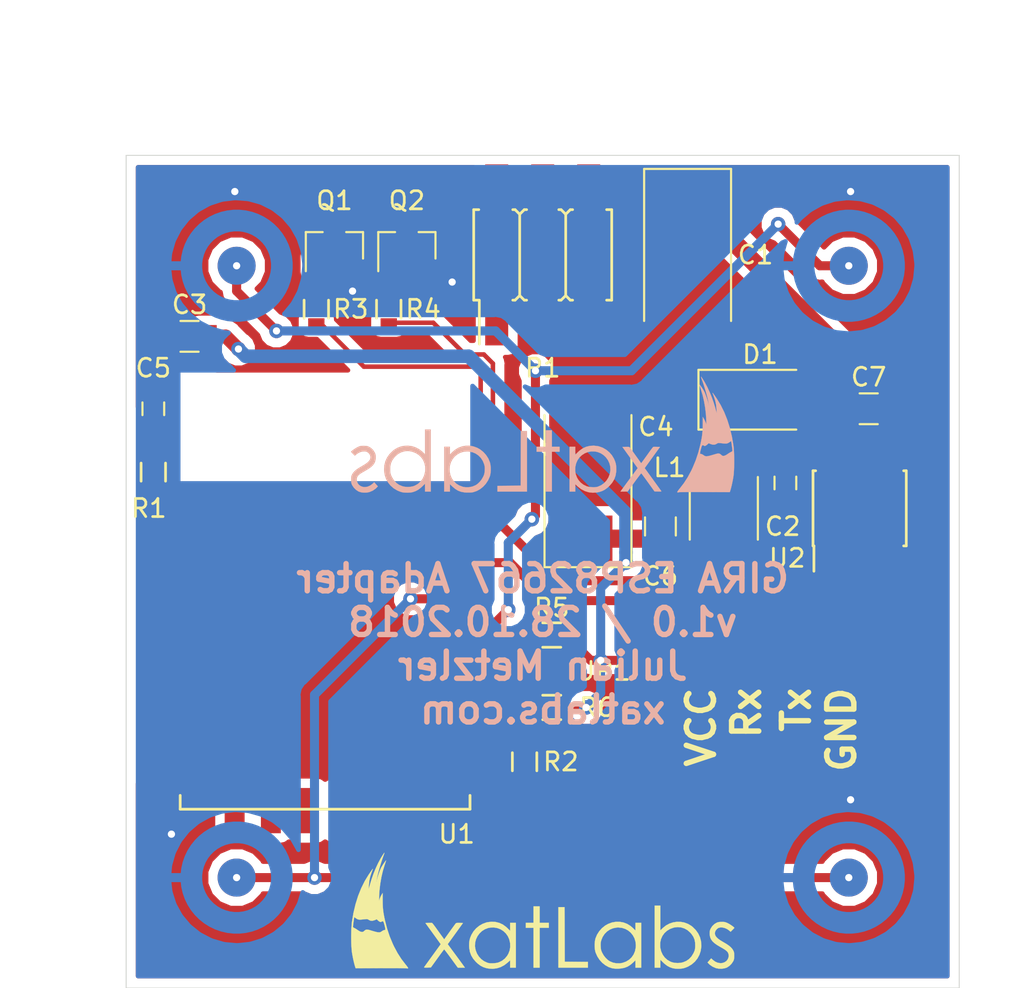
<source format=kicad_pcb>
(kicad_pcb (version 20171130) (host pcbnew "(6.0.0-rc1-dev-557-ge985f797c)")

  (general
    (thickness 1.6)
    (drawings 12)
    (tracks 149)
    (zones 0)
    (modules 31)
    (nets 32)
  )

  (page A4)
  (title_block
    (title "GIRA ESP8266 Jalousiesteuerungs-Einsatz")
    (date 2018-10-28)
    (rev 1.0)
    (company xatLabs)
    (comment 1 "Julian Metzler")
  )

  (layers
    (0 F.Cu signal)
    (31 B.Cu signal)
    (32 B.Adhes user)
    (33 F.Adhes user hide)
    (34 B.Paste user)
    (35 F.Paste user)
    (36 B.SilkS user hide)
    (37 F.SilkS user)
    (38 B.Mask user)
    (39 F.Mask user)
    (40 Dwgs.User user)
    (41 Cmts.User user)
    (42 Eco1.User user)
    (43 Eco2.User user)
    (44 Edge.Cuts user)
    (45 Margin user)
    (46 B.CrtYd user)
    (47 F.CrtYd user)
    (48 B.Fab user)
    (49 F.Fab user)
  )

  (setup
    (last_trace_width 0.25)
    (user_trace_width 0.5)
    (user_trace_width 0.75)
    (user_trace_width 1)
    (trace_clearance 0.2)
    (zone_clearance 0.508)
    (zone_45_only no)
    (trace_min 0.2)
    (via_size 0.8)
    (via_drill 0.4)
    (via_min_size 0.4)
    (via_min_drill 0.3)
    (uvia_size 0.3)
    (uvia_drill 0.1)
    (uvias_allowed no)
    (uvia_min_size 0.2)
    (uvia_min_drill 0.1)
    (edge_width 0.05)
    (segment_width 0.2)
    (pcb_text_width 0.3)
    (pcb_text_size 1.5 1.5)
    (mod_edge_width 0.12)
    (mod_text_size 1 1)
    (mod_text_width 0.15)
    (pad_size 1.524 1.524)
    (pad_drill 0.762)
    (pad_to_mask_clearance 0.051)
    (solder_mask_min_width 0.25)
    (aux_axis_origin 0 0)
    (visible_elements 7FFDFFFF)
    (pcbplotparams
      (layerselection 0x010f8_ffffffff)
      (usegerberextensions false)
      (usegerberattributes false)
      (usegerberadvancedattributes false)
      (creategerberjobfile false)
      (excludeedgelayer true)
      (linewidth 0.100000)
      (plotframeref false)
      (viasonmask false)
      (mode 1)
      (useauxorigin false)
      (hpglpennumber 1)
      (hpglpenspeed 20)
      (hpglpendiameter 15.000000)
      (psnegative false)
      (psa4output false)
      (plotreference true)
      (plotvalue false)
      (plotinvisibletext false)
      (padsonsilk false)
      (subtractmaskfromsilk false)
      (outputformat 1)
      (mirror false)
      (drillshape 0)
      (scaleselection 1)
      (outputdirectory "Gerber"))
  )

  (net 0 "")
  (net 1 +15V)
  (net 2 GND)
  (net 3 "Net-(C2-Pad2)")
  (net 4 "Net-(C2-Pad1)")
  (net 5 +3V3)
  (net 6 "Net-(JP1-Pad1)")
  (net 7 /UP)
  (net 8 /DOWN)
  (net 9 "Net-(P1-Pad5)")
  (net 10 "Net-(P1-Pad1)")
  (net 11 "Net-(Q1-Pad1)")
  (net 12 "Net-(Q2-Pad1)")
  (net 13 "Net-(R1-Pad1)")
  (net 14 "Net-(R2-Pad2)")
  (net 15 "Net-(R3-Pad2)")
  (net 16 "Net-(R4-Pad2)")
  (net 17 "Net-(R6-Pad1)")
  (net 18 "Net-(S1-Pad1)")
  (net 19 "Net-(S3-Pad1)")
  (net 20 "Net-(TP2-Pad1)")
  (net 21 "Net-(TP3-Pad1)")
  (net 22 "Net-(U1-Pad2)")
  (net 23 "Net-(U1-Pad4)")
  (net 24 "Net-(U1-Pad5)")
  (net 25 "Net-(U1-Pad9)")
  (net 26 "Net-(U1-Pad10)")
  (net 27 "Net-(U1-Pad11)")
  (net 28 "Net-(U1-Pad12)")
  (net 29 "Net-(U1-Pad13)")
  (net 30 "Net-(U1-Pad14)")
  (net 31 "Net-(U2-Pad5)")

  (net_class Default "Dies ist die voreingestellte Netzklasse."
    (clearance 0.2)
    (trace_width 0.25)
    (via_dia 0.8)
    (via_drill 0.4)
    (uvia_dia 0.3)
    (uvia_drill 0.1)
    (add_net +15V)
    (add_net +3V3)
    (add_net /DOWN)
    (add_net /UP)
    (add_net GND)
    (add_net "Net-(C2-Pad1)")
    (add_net "Net-(C2-Pad2)")
    (add_net "Net-(JP1-Pad1)")
    (add_net "Net-(P1-Pad1)")
    (add_net "Net-(P1-Pad5)")
    (add_net "Net-(Q1-Pad1)")
    (add_net "Net-(Q2-Pad1)")
    (add_net "Net-(R1-Pad1)")
    (add_net "Net-(R2-Pad2)")
    (add_net "Net-(R3-Pad2)")
    (add_net "Net-(R4-Pad2)")
    (add_net "Net-(R6-Pad1)")
    (add_net "Net-(S1-Pad1)")
    (add_net "Net-(S3-Pad1)")
    (add_net "Net-(TP2-Pad1)")
    (add_net "Net-(TP3-Pad1)")
    (add_net "Net-(U1-Pad10)")
    (add_net "Net-(U1-Pad11)")
    (add_net "Net-(U1-Pad12)")
    (add_net "Net-(U1-Pad13)")
    (add_net "Net-(U1-Pad14)")
    (add_net "Net-(U1-Pad2)")
    (add_net "Net-(U1-Pad4)")
    (add_net "Net-(U1-Pad5)")
    (add_net "Net-(U1-Pad9)")
    (add_net "Net-(U2-Pad5)")
  )

  (module custom:xatLabs_small locked (layer B.Cu) (tedit 0) (tstamp 5BD589AA)
    (at 73 65.4 180)
    (fp_text reference G*** (at 0 0 180) (layer B.SilkS) hide
      (effects (font (size 1.524 1.524) (thickness 0.3)) (justify mirror))
    )
    (fp_text value LOGO (at 0.75 0 180) (layer B.SilkS) hide
      (effects (font (size 1.524 1.524) (thickness 0.3)) (justify mirror))
    )
    (fp_poly (pts (xy -8.73945 3.166008) (xy -8.749789 3.126666) (xy -8.775379 3.053098) (xy -8.796619 2.994994)
      (xy -8.845318 2.857481) (xy -8.895395 2.70671) (xy -8.945298 2.548313) (xy -8.993473 2.387925)
      (xy -9.038369 2.231178) (xy -9.078431 2.083705) (xy -9.112109 1.95114) (xy -9.137848 1.839116)
      (xy -9.154096 1.753265) (xy -9.159302 1.699221) (xy -9.157384 1.68614) (xy -9.148549 1.681812)
      (xy -9.145671 1.699016) (xy -9.137211 1.744358) (xy -9.116445 1.819474) (xy -9.086646 1.914775)
      (xy -9.051087 2.020674) (xy -9.013042 2.127581) (xy -8.975784 2.225908) (xy -8.942584 2.306066)
      (xy -8.927249 2.338917) (xy -8.896501 2.394502) (xy -8.85328 2.465087) (xy -8.803245 2.542341)
      (xy -8.752056 2.617929) (xy -8.705371 2.68352) (xy -8.668848 2.730782) (xy -8.648146 2.751382)
      (xy -8.646941 2.751667) (xy -8.651048 2.732871) (xy -8.666638 2.681347) (xy -8.691404 2.604391)
      (xy -8.723035 2.509299) (xy -8.732341 2.481792) (xy -8.827444 2.163802) (xy -8.907351 1.819209)
      (xy -8.96959 1.461787) (xy -9.011693 1.105306) (xy -9.029382 0.8255) (xy -9.04038 0.518583)
      (xy -8.996339 0.64132) (xy -8.961027 0.727597) (xy -8.918768 0.814324) (xy -8.894691 0.85661)
      (xy -8.837083 0.949165) (xy -8.836676 0.543374) (xy -8.834065 0.341876) (xy -8.825688 0.162881)
      (xy -8.810076 -0.006272) (xy -8.78576 -0.178246) (xy -8.751272 -0.3657) (xy -8.707336 -0.5715)
      (xy -8.590986 -1.023341) (xy -8.448466 -1.450476) (xy -8.275819 -1.864234) (xy -8.200947 -2.021417)
      (xy -8.009725 -2.377071) (xy -7.801191 -2.700858) (xy -7.580917 -2.988151) (xy -7.506465 -3.080013)
      (xy -7.458696 -3.145099) (xy -7.435114 -3.187302) (xy -7.433224 -3.210516) (xy -7.436161 -3.214078)
      (xy -7.477369 -3.223157) (xy -7.49793 -3.214995) (xy -7.526547 -3.21093) (xy -7.595531 -3.207454)
      (xy -7.70292 -3.204586) (xy -7.846752 -3.202347) (xy -8.025065 -3.200756) (xy -8.235897 -3.199832)
      (xy -8.477285 -3.199595) (xy -8.747267 -3.200064) (xy -8.931811 -3.200734) (xy -10.32946 -3.20675)
      (xy -10.360675 -3.1115) (xy -10.394863 -2.99465) (xy -10.43146 -2.848138) (xy -10.467762 -2.684324)
      (xy -10.501069 -2.51557) (xy -10.528677 -2.354236) (xy -10.534191 -2.31775) (xy -10.549852 -2.177847)
      (xy -10.56155 -2.004971) (xy -10.569288 -1.808294) (xy -10.573073 -1.596989) (xy -10.572908 -1.380231)
      (xy -10.568798 -1.167192) (xy -10.560749 -0.967045) (xy -10.557779 -0.922914) (xy -10.4775 -0.922914)
      (xy -10.459624 -0.950296) (xy -10.415049 -0.979671) (xy -10.398125 -0.987379) (xy -10.33803 -1.018112)
      (xy -10.263441 -1.064312) (xy -10.205486 -1.105016) (xy -10.111974 -1.164359) (xy -10.027579 -1.197556)
      (xy -10.008457 -1.201171) (xy -9.949113 -1.203968) (xy -9.904522 -1.187685) (xy -9.857138 -1.148288)
      (xy -9.802102 -1.10178) (xy -9.750698 -1.076273) (xy -9.691945 -1.070493) (xy -9.614861 -1.083164)
      (xy -9.520889 -1.109244) (xy -9.362536 -1.156365) (xy -9.238533 -1.191011) (xy -9.142936 -1.213685)
      (xy -9.069802 -1.224892) (xy -9.013187 -1.225136) (xy -8.967145 -1.214923) (xy -8.925735 -1.194757)
      (xy -8.883012 -1.165143) (xy -8.880938 -1.163578) (xy -8.822033 -1.126162) (xy -8.768319 -1.103632)
      (xy -8.749895 -1.100667) (xy -8.706089 -1.091566) (xy -8.687868 -1.077803) (xy -8.687232 -1.049049)
      (xy -8.696509 -0.989053) (xy -8.713977 -0.907273) (xy -8.732196 -0.834386) (xy -8.759001 -0.736351)
      (xy -8.779456 -0.67239) (xy -8.797007 -0.635393) (xy -8.815099 -0.618249) (xy -8.837179 -0.613848)
      (xy -8.839078 -0.613833) (xy -8.882604 -0.622138) (xy -8.900583 -0.635) (xy -8.935214 -0.655663)
      (xy -8.989018 -0.643419) (xy -9.056698 -0.599901) (xy -9.080547 -0.579523) (xy -9.165382 -0.502879)
      (xy -9.275004 -0.550037) (xy -9.397543 -0.584582) (xy -9.509556 -0.57861) (xy -9.609972 -0.532193)
      (xy -9.615767 -0.528003) (xy -9.645834 -0.507366) (xy -9.674689 -0.495142) (xy -9.712082 -0.490622)
      (xy -9.767763 -0.493098) (xy -9.851483 -0.501859) (xy -9.898813 -0.507416) (xy -10.019565 -0.519834)
      (xy -10.109042 -0.522884) (xy -10.17758 -0.514978) (xy -10.235518 -0.494527) (xy -10.293191 -0.459942)
      (xy -10.316579 -0.443211) (xy -10.365908 -0.408813) (xy -10.398984 -0.389282) (xy -10.406338 -0.387449)
      (xy -10.411202 -0.409391) (xy -10.419814 -0.463578) (xy -10.430872 -0.540224) (xy -10.443076 -0.629544)
      (xy -10.455125 -0.72175) (xy -10.46572 -0.807058) (xy -10.473558 -0.87568) (xy -10.47734 -0.917831)
      (xy -10.4775 -0.922914) (xy -10.557779 -0.922914) (xy -10.548764 -0.788964) (xy -10.533328 -0.645583)
      (xy -10.44811 -0.143493) (xy -10.334113 0.334821) (xy -10.192069 0.787285) (xy -10.022709 1.211825)
      (xy -9.826767 1.606368) (xy -9.615276 1.953583) (xy -9.52613 2.08516) (xy -9.458664 2.182261)
      (xy -9.41193 2.246185) (xy -9.384978 2.278233) (xy -9.376833 2.280395) (xy -9.383977 2.256978)
      (xy -9.403162 2.203397) (xy -9.43102 2.128918) (xy -9.449069 2.081749) (xy -9.523829 1.854987)
      (xy -9.572272 1.625454) (xy -9.597976 1.375994) (xy -9.598632 1.364446) (xy -9.610249 1.153583)
      (xy -9.534587 1.428565) (xy -9.476121 1.621014) (xy -9.184662 1.621014) (xy -9.180771 1.593561)
      (xy -9.173545 1.593233) (xy -9.168492 1.621562) (xy -9.171874 1.633802) (xy -9.181273 1.64182)
      (xy -9.184662 1.621014) (xy -9.476121 1.621014) (xy -9.443283 1.7291) (xy -9.335205 2.03153)
      (xy -9.21448 2.326133) (xy -9.085237 2.603185) (xy -8.951604 2.852962) (xy -8.878538 2.973917)
      (xy -8.813906 3.075077) (xy -8.770112 3.140573) (xy -8.745759 3.170763) (xy -8.73945 3.166008)) (layer B.SilkS) (width 0.01))
    (fp_poly (pts (xy -2.606512 -0.649865) (xy -2.39698 -0.701885) (xy -2.200957 -0.793519) (xy -2.020323 -0.924221)
      (xy -1.953287 -0.986831) (xy -1.799167 -1.140951) (xy -1.799167 -0.6985) (xy -1.481667 -0.6985)
      (xy -1.481667 -3.175) (xy -1.799167 -3.175) (xy -1.799167 -2.769083) (xy -1.937219 -2.895582)
      (xy -2.123937 -3.039594) (xy -2.326284 -3.145311) (xy -2.540769 -3.211854) (xy -2.763901 -3.238347)
      (xy -2.99219 -3.223909) (xy -3.129253 -3.19548) (xy -3.287197 -3.142644) (xy -3.430309 -3.068326)
      (xy -3.569242 -2.966082) (xy -3.68544 -2.85895) (xy -3.836058 -2.685062) (xy -3.947125 -2.500385)
      (xy -4.020436 -2.300568) (xy -4.05779 -2.081262) (xy -4.061963 -1.983471) (xy -3.740252 -1.983471)
      (xy -3.737946 -2.015594) (xy -3.700492 -2.214573) (xy -3.627561 -2.399266) (xy -3.523081 -2.564918)
      (xy -3.390978 -2.706774) (xy -3.235179 -2.820077) (xy -3.059612 -2.900075) (xy -2.990882 -2.920167)
      (xy -2.896159 -2.933462) (xy -2.776811 -2.935454) (xy -2.648711 -2.927162) (xy -2.527733 -2.909608)
      (xy -2.430614 -2.884126) (xy -2.248388 -2.796672) (xy -2.09228 -2.676238) (xy -1.964376 -2.524694)
      (xy -1.893386 -2.402417) (xy -1.824797 -2.222024) (xy -1.79389 -2.03318) (xy -1.799579 -1.828833)
      (xy -1.801901 -1.809019) (xy -1.846006 -1.613433) (xy -1.924666 -1.437501) (xy -2.033544 -1.284164)
      (xy -2.1683 -1.156363) (xy -2.324597 -1.057039) (xy -2.498095 -0.989131) (xy -2.684456 -0.955581)
      (xy -2.879342 -0.959329) (xy -3.017095 -0.985351) (xy -3.194694 -1.052622) (xy -3.353944 -1.154165)
      (xy -3.490995 -1.28448) (xy -3.601999 -1.438069) (xy -3.683109 -1.60943) (xy -3.730476 -1.793064)
      (xy -3.740252 -1.983471) (xy -4.061963 -1.983471) (xy -4.063687 -1.943083) (xy -4.05813 -1.782534)
      (xy -4.038227 -1.645401) (xy -4.000043 -1.514068) (xy -3.939639 -1.370919) (xy -3.932398 -1.35564)
      (xy -3.821005 -1.169637) (xy -3.676862 -1.003935) (xy -3.506436 -0.863632) (xy -3.316195 -0.753826)
      (xy -3.112606 -0.679615) (xy -3.058583 -0.666843) (xy -2.827673 -0.638003) (xy -2.606512 -0.649865)) (layer B.SilkS) (width 0.01))
    (fp_poly (pts (xy 4.258582 -0.642453) (xy 4.468572 -0.682238) (xy 4.668382 -0.760002) (xy 4.853596 -0.875008)
      (xy 4.981343 -0.986331) (xy 5.122333 -1.127321) (xy 5.122333 -0.6985) (xy 5.439833 -0.6985)
      (xy 5.439833 -3.175) (xy 5.122333 -3.175) (xy 5.122333 -2.766123) (xy 4.990042 -2.892761)
      (xy 4.834852 -3.024729) (xy 4.679252 -3.120354) (xy 4.513279 -3.183832) (xy 4.326974 -3.219362)
      (xy 4.191 -3.229428) (xy 4.018172 -3.229482) (xy 3.876658 -3.21566) (xy 3.837003 -3.207905)
      (xy 3.640331 -3.142035) (xy 3.455112 -3.039115) (xy 3.286206 -2.903913) (xy 3.138475 -2.741196)
      (xy 3.016778 -2.555732) (xy 2.925975 -2.352287) (xy 2.907892 -2.296583) (xy 2.881201 -2.166437)
      (xy 2.868668 -2.012061) (xy 2.869541 -1.91473) (xy 3.197793 -1.91473) (xy 3.200963 -2.001141)
      (xy 3.208576 -2.10582) (xy 3.221417 -2.185876) (xy 3.243774 -2.259011) (xy 3.279935 -2.342926)
      (xy 3.287801 -2.359616) (xy 3.369753 -2.501221) (xy 3.473566 -2.633382) (xy 3.589432 -2.745128)
      (xy 3.701117 -2.822047) (xy 3.880568 -2.896721) (xy 4.072561 -2.934972) (xy 4.267286 -2.935572)
      (xy 4.409158 -2.910593) (xy 4.602912 -2.839882) (xy 4.770786 -2.737076) (xy 4.910444 -2.60526)
      (xy 5.019553 -2.447521) (xy 5.095775 -2.266945) (xy 5.136776 -2.06662) (xy 5.1435 -1.940155)
      (xy 5.123969 -1.739791) (xy 5.067944 -1.554319) (xy 4.979271 -1.387323) (xy 4.8618 -1.242387)
      (xy 4.719379 -1.123095) (xy 4.555856 -1.033031) (xy 4.37508 -0.975778) (xy 4.180899 -0.95492)
      (xy 4.089305 -0.958435) (xy 3.892803 -0.995238) (xy 3.712098 -1.069317) (xy 3.551403 -1.177227)
      (xy 3.414933 -1.315525) (xy 3.306901 -1.480769) (xy 3.23551 -1.656061) (xy 3.212364 -1.743252)
      (xy 3.200382 -1.823572) (xy 3.197793 -1.91473) (xy 2.869541 -1.91473) (xy 2.87013 -1.849063)
      (xy 2.885425 -1.693051) (xy 2.914391 -1.559633) (xy 2.915592 -1.55575) (xy 3.000942 -1.351339)
      (xy 3.121993 -1.161379) (xy 3.272906 -0.99256) (xy 3.447845 -0.851568) (xy 3.611682 -0.758312)
      (xy 3.825722 -0.679755) (xy 4.042827 -0.64138) (xy 4.258582 -0.642453)) (layer B.SilkS) (width 0.01))
    (fp_poly (pts (xy 6.498167 -1.112041) (xy 6.635545 -0.980611) (xy 6.808126 -0.84308) (xy 6.998337 -0.740568)
      (xy 7.200859 -0.673264) (xy 7.41037 -0.641357) (xy 7.621552 -0.645035) (xy 7.829084 -0.684488)
      (xy 8.027646 -0.759904) (xy 8.211919 -0.871472) (xy 8.275955 -0.922415) (xy 8.450783 -1.096783)
      (xy 8.586765 -1.287604) (xy 8.683613 -1.494218) (xy 8.741039 -1.715962) (xy 8.758753 -1.952175)
      (xy 8.756416 -2.02336) (xy 8.723101 -2.253157) (xy 8.651326 -2.468832) (xy 8.543731 -2.666421)
      (xy 8.402954 -2.841958) (xy 8.231632 -2.99148) (xy 8.03275 -3.110855) (xy 7.937195 -3.152706)
      (xy 7.837326 -3.189001) (xy 7.751929 -3.213049) (xy 7.737821 -3.215876) (xy 7.602175 -3.232071)
      (xy 7.454954 -3.236093) (xy 7.312908 -3.22825) (xy 7.192791 -3.208852) (xy 7.179856 -3.205551)
      (xy 7.017126 -3.149464) (xy 6.871142 -3.070718) (xy 6.729825 -2.962169) (xy 6.662208 -2.899434)
      (xy 6.498167 -2.739788) (xy 6.498167 -3.175) (xy 6.180667 -3.175) (xy 6.180667 -1.997953)
      (xy 6.484739 -1.997953) (xy 6.493708 -2.079629) (xy 6.542301 -2.280807) (xy 6.625144 -2.461137)
      (xy 6.739402 -2.617158) (xy 6.88224 -2.74541) (xy 7.050822 -2.842431) (xy 7.149294 -2.879897)
      (xy 7.288947 -2.909682) (xy 7.447461 -2.91972) (xy 7.606235 -2.909971) (xy 7.744356 -2.881122)
      (xy 7.927491 -2.804671) (xy 8.083531 -2.696967) (xy 8.214491 -2.556214) (xy 8.32239 -2.380612)
      (xy 8.335074 -2.354614) (xy 8.373061 -2.270215) (xy 8.397032 -2.200927) (xy 8.410839 -2.130267)
      (xy 8.418333 -2.04175) (xy 8.420841 -1.987522) (xy 8.415867 -1.790831) (xy 8.381737 -1.618793)
      (xy 8.315182 -1.462563) (xy 8.212933 -1.313299) (xy 8.141761 -1.232515) (xy 7.991 -1.101816)
      (xy 7.822358 -1.007469) (xy 7.640685 -0.950902) (xy 7.450827 -0.933543) (xy 7.257636 -0.956822)
      (xy 7.229296 -0.963743) (xy 7.032143 -1.035154) (xy 6.861393 -1.137863) (xy 6.719362 -1.268359)
      (xy 6.608365 -1.423129) (xy 6.530719 -1.59866) (xy 6.488738 -1.791439) (xy 6.484739 -1.997953)
      (xy 6.180667 -1.997953) (xy 6.180667 0.254) (xy 6.498167 0.254) (xy 6.498167 -1.112041)) (layer B.SilkS) (width 0.01))
    (fp_poly (pts (xy 9.981246 -0.648256) (xy 10.053181 -0.656471) (xy 10.118401 -0.674949) (xy 10.194671 -0.707425)
      (xy 10.211257 -0.715194) (xy 10.280618 -0.751812) (xy 10.358431 -0.798875) (xy 10.436045 -0.850337)
      (xy 10.504809 -0.900155) (xy 10.556071 -0.942283) (xy 10.581179 -0.970677) (xy 10.582332 -0.974462)
      (xy 10.568882 -0.99386) (xy 10.532593 -1.034031) (xy 10.481184 -1.086451) (xy 10.478736 -1.088865)
      (xy 10.374139 -1.19189) (xy 10.294912 -1.122327) (xy 10.183316 -1.043305) (xy 10.05921 -0.987043)
      (xy 9.932284 -0.955788) (xy 9.812227 -0.951785) (xy 9.708729 -0.977279) (xy 9.695803 -0.98349)
      (xy 9.615505 -1.043279) (xy 9.550737 -1.125249) (xy 9.51378 -1.213566) (xy 9.51252 -1.219748)
      (xy 9.508042 -1.310358) (xy 9.531524 -1.396398) (xy 9.585502 -1.480845) (xy 9.672512 -1.566677)
      (xy 9.79509 -1.656872) (xy 9.955772 -1.754408) (xy 9.978936 -1.767417) (xy 10.150691 -1.868854)
      (xy 10.286453 -1.962466) (xy 10.390916 -2.052109) (xy 10.468776 -2.141641) (xy 10.507192 -2.201333)
      (xy 10.538334 -2.260059) (xy 10.557684 -2.310358) (xy 10.568005 -2.365631) (xy 10.572059 -2.439279)
      (xy 10.572648 -2.518833) (xy 10.571155 -2.619131) (xy 10.565166 -2.690511) (xy 10.552233 -2.746337)
      (xy 10.529909 -2.799975) (xy 10.516275 -2.826716) (xy 10.426758 -2.959522) (xy 10.311211 -3.074917)
      (xy 10.181532 -3.161373) (xy 10.16 -3.171874) (xy 10.031738 -3.21337) (xy 9.88275 -3.233422)
      (xy 9.729231 -3.231298) (xy 9.587376 -3.206265) (xy 9.563051 -3.19885) (xy 9.379416 -3.119776)
      (xy 9.227782 -3.013964) (xy 9.18087 -2.969294) (xy 9.101323 -2.887113) (xy 9.202046 -2.774655)
      (xy 9.30277 -2.662198) (xy 9.387427 -2.740459) (xy 9.522981 -2.841847) (xy 9.666739 -2.904511)
      (xy 9.814782 -2.927146) (xy 9.921007 -2.91808) (xy 10.045461 -2.875967) (xy 10.147382 -2.803713)
      (xy 10.221495 -2.707368) (xy 10.262527 -2.59298) (xy 10.269078 -2.518956) (xy 10.263123 -2.440228)
      (xy 10.243719 -2.371716) (xy 10.206575 -2.308891) (xy 10.1474 -2.24722) (xy 10.061901 -2.182173)
      (xy 9.945789 -2.10922) (xy 9.805911 -2.029945) (xy 9.624001 -1.922246) (xy 9.480342 -1.818698)
      (xy 9.371667 -1.715184) (xy 9.29471 -1.607587) (xy 9.246204 -1.491789) (xy 9.222881 -1.363674)
      (xy 9.219623 -1.291044) (xy 9.222231 -1.194911) (xy 9.234153 -1.12125) (xy 9.259427 -1.05053)
      (xy 9.2772 -1.01248) (xy 9.366238 -0.876519) (xy 9.485671 -0.763742) (xy 9.607076 -0.691579)
      (xy 9.67749 -0.666073) (xy 9.757867 -0.651917) (xy 9.862885 -0.646732) (xy 9.884833 -0.64657)
      (xy 9.981246 -0.648256)) (layer B.SilkS) (width 0.01))
    (fp_poly (pts (xy -6.152262 -0.701847) (xy -6.11135 -0.704962) (xy -6.106558 -0.706164) (xy -6.086626 -0.725832)
      (xy -6.047023 -0.774315) (xy -5.992299 -0.84571) (xy -5.927005 -0.934114) (xy -5.873354 -1.008702)
      (xy -5.793612 -1.120482) (xy -5.712337 -1.233869) (xy -5.636965 -1.338522) (xy -5.574933 -1.424104)
      (xy -5.551383 -1.456322) (xy -5.437884 -1.610894) (xy -5.129871 -1.181155) (xy -5.043994 -1.061689)
      (xy -4.965237 -0.952786) (xy -4.897267 -0.859467) (xy -4.843753 -0.786751) (xy -4.808364 -0.739657)
      (xy -4.795837 -0.724081) (xy -4.763916 -0.70948) (xy -4.700269 -0.702435) (xy -4.600128 -0.702466)
      (xy -4.585679 -0.702914) (xy -4.401542 -0.709083) (xy -4.553934 -0.92075) (xy -4.614861 -1.005332)
      (xy -4.693742 -1.114776) (xy -4.783754 -1.239619) (xy -4.878075 -1.370396) (xy -4.96988 -1.497646)
      (xy -4.975316 -1.50518) (xy -5.244307 -1.877943) (xy -4.832529 -2.436513) (xy -4.730055 -2.575655)
      (xy -4.632957 -2.707757) (xy -4.544809 -2.827937) (xy -4.469182 -2.931316) (xy -4.40965 -3.013013)
      (xy -4.369785 -3.068149) (xy -4.357775 -3.085042) (xy -4.2948 -3.175) (xy -4.491608 -3.174387)
      (xy -4.688417 -3.173775) (xy -5.057744 -2.666024) (xy -5.151333 -2.538225) (xy -5.237221 -2.422597)
      (xy -5.312212 -2.323313) (xy -5.373112 -2.244542) (xy -5.416724 -2.190455) (xy -5.439854 -2.165223)
      (xy -5.442421 -2.163928) (xy -5.458256 -2.181915) (xy -5.495486 -2.22998) (xy -5.550877 -2.303771)
      (xy -5.621197 -2.398935) (xy -5.70321 -2.511117) (xy -5.793685 -2.635966) (xy -5.816061 -2.667)
      (xy -6.174352 -3.164417) (xy -6.369764 -3.170526) (xy -6.470341 -3.171739) (xy -6.530585 -3.167693)
      (xy -6.552184 -3.158234) (xy -6.551275 -3.154143) (xy -6.536056 -3.132359) (xy -6.498868 -3.080273)
      (xy -6.442575 -3.001865) (xy -6.370044 -2.901115) (xy -6.284139 -2.782003) (xy -6.187727 -2.648509)
      (xy -6.084159 -2.505288) (xy -5.630945 -1.878926) (xy -5.670716 -1.823171) (xy -5.692846 -1.792393)
      (xy -5.736381 -1.732058) (xy -5.797902 -1.646897) (xy -5.873988 -1.541643) (xy -5.961218 -1.421028)
      (xy -6.056174 -1.289784) (xy -6.093469 -1.23825) (xy -6.476451 -0.709083) (xy -6.30387 -0.702879)
      (xy -6.220398 -0.701087) (xy -6.152262 -0.701847)) (layer B.SilkS) (width 0.01))
    (fp_poly (pts (xy -0.169333 -0.6985) (xy 0.338667 -0.6985) (xy 0.338667 -0.973667) (xy -0.169333 -0.973667)
      (xy -0.169333 -3.175) (xy -0.508 -3.175) (xy -0.508 -0.973667) (xy -0.931333 -0.973667)
      (xy -0.931333 -0.6985) (xy -0.508 -0.6985) (xy -0.508 0.211667) (xy -0.169333 0.211667)
      (xy -0.169333 -0.6985)) (layer B.SilkS) (width 0.01))
    (fp_poly (pts (xy 1.21165 -1.338792) (xy 1.217083 -2.846917) (xy 2.497667 -2.858121) (xy 2.497667 -3.175)
      (xy 0.867833 -3.175) (xy 0.867833 0.169333) (xy 1.037025 0.169333) (xy 1.206218 0.169334)
      (xy 1.21165 -1.338792)) (layer B.SilkS) (width 0.01))
  )

  (module Measurement_Points:Measurement_Point_Round-SMD-Pad_Small (layer F.Cu) (tedit 56C35ED0) (tstamp 5BD2644A)
    (at 81.7 77.95)
    (descr "Mesurement Point, Round, SMD Pad, DM 1.5mm,")
    (tags "Mesurement Point Round SMD Pad 1.5mm")
    (path /5BD3E20A)
    (attr virtual)
    (fp_text reference TP4 (at 0 -2) (layer F.SilkS) hide
      (effects (font (size 1 1) (thickness 0.15)))
    )
    (fp_text value 3.3V (at 0 2) (layer F.Fab)
      (effects (font (size 1 1) (thickness 0.15)))
    )
    (fp_circle (center 0 0) (end 1 0) (layer F.CrtYd) (width 0.05))
    (pad 1 smd circle (at 0 0) (size 1.5 1.5) (layers F.Cu F.Mask)
      (net 5 +3V3))
  )

  (module custom:Membrane_Switch_PCB_Only locked (layer B.Cu) (tedit 5BD21FDE) (tstamp 5BA6AB70)
    (at 56.1 56.1)
    (path /5BA6CAC3)
    (fp_text reference S1 (at 0 -4) (layer B.SilkS) hide
      (effects (font (size 1 1) (thickness 0.15)) (justify mirror))
    )
    (fp_text value UpLeft (at 0 4) (layer B.Fab)
      (effects (font (size 1 1) (thickness 0.15)) (justify mirror))
    )
    (pad 2 smd custom (at -2.5 0) (size 1 1) (layers B.Cu B.Mask)
      (net 2 GND) (zone_connect 0)
      (options (clearance outline) (anchor circle))
      (primitives
        (gr_circle (center 2.5 0) (end 5 0) (width 1.2))
      ))
    (pad 1 thru_hole circle (at 0 0) (size 2.1 2.1) (drill 0.4) (layers *.Cu B.Mask)
      (net 18 "Net-(S1-Pad1)"))
  )

  (module custom:Membrane_Switch_PCB_Only locked (layer B.Cu) (tedit 5BD21FDE) (tstamp 5BA6AB76)
    (at 89.9 56.1)
    (path /5BA6CBFC)
    (fp_text reference S2 (at 0 -4) (layer B.SilkS) hide
      (effects (font (size 1 1) (thickness 0.15)) (justify mirror))
    )
    (fp_text value UpRight (at 0 4) (layer B.Fab)
      (effects (font (size 1 1) (thickness 0.15)) (justify mirror))
    )
    (pad 2 smd custom (at -2.5 0) (size 1 1) (layers B.Cu B.Mask)
      (net 2 GND) (zone_connect 0)
      (options (clearance outline) (anchor circle))
      (primitives
        (gr_circle (center 2.5 0) (end 5 0) (width 1.2))
      ))
    (pad 1 thru_hole circle (at 0 0) (size 2.1 2.1) (drill 0.4) (layers *.Cu B.Mask)
      (net 18 "Net-(S1-Pad1)"))
  )

  (module custom:Membrane_Switch_PCB_Only locked (layer B.Cu) (tedit 5BD21FDE) (tstamp 5BA6AB7C)
    (at 56.1 89.9)
    (path /5BA6CC38)
    (fp_text reference S3 (at 0 -4) (layer B.SilkS) hide
      (effects (font (size 1 1) (thickness 0.15)) (justify mirror))
    )
    (fp_text value DownLeft (at 0 4) (layer B.Fab)
      (effects (font (size 1 1) (thickness 0.15)) (justify mirror))
    )
    (pad 2 smd custom (at -2.5 0) (size 1 1) (layers B.Cu B.Mask)
      (net 2 GND) (zone_connect 0)
      (options (clearance outline) (anchor circle))
      (primitives
        (gr_circle (center 2.5 0) (end 5 0) (width 1.2))
      ))
    (pad 1 thru_hole circle (at 0 0) (size 2.1 2.1) (drill 0.4) (layers *.Cu B.Mask)
      (net 19 "Net-(S3-Pad1)"))
  )

  (module custom:Membrane_Switch_PCB_Only locked (layer B.Cu) (tedit 5BD21FDE) (tstamp 5BA6AB82)
    (at 89.9 89.9)
    (path /5BA6CC78)
    (fp_text reference S4 (at 0 -4) (layer B.SilkS) hide
      (effects (font (size 1 1) (thickness 0.15)) (justify mirror))
    )
    (fp_text value DownRight (at 0 4) (layer B.Fab)
      (effects (font (size 1 1) (thickness 0.15)) (justify mirror))
    )
    (pad 2 smd custom (at -2.5 0) (size 1 1) (layers B.Cu B.Mask)
      (net 2 GND) (zone_connect 0)
      (options (clearance outline) (anchor circle))
      (primitives
        (gr_circle (center 2.5 0) (end 5 0) (width 1.2))
      ))
    (pad 1 thru_hole circle (at 0 0) (size 2.1 2.1) (drill 0.4) (layers *.Cu B.Mask)
      (net 19 "Net-(S3-Pad1)"))
  )

  (module Capacitors_SMD:C_0805 (layer F.Cu) (tedit 5415D6EA) (tstamp 5BD25706)
    (at 91 64 180)
    (descr "Capacitor SMD 0805, reflow soldering, AVX (see smccp.pdf)")
    (tags "capacitor 0805")
    (path /5BD2B427)
    (attr smd)
    (fp_text reference C7 (at 0 1.75 180) (layer F.SilkS)
      (effects (font (size 1 1) (thickness 0.15)))
    )
    (fp_text value 1u (at 0 2.1 180) (layer F.Fab)
      (effects (font (size 1 1) (thickness 0.15)))
    )
    (fp_line (start -1 0.625) (end -1 -0.625) (layer F.Fab) (width 0.1))
    (fp_line (start 1 0.625) (end -1 0.625) (layer F.Fab) (width 0.1))
    (fp_line (start 1 -0.625) (end 1 0.625) (layer F.Fab) (width 0.1))
    (fp_line (start -1 -0.625) (end 1 -0.625) (layer F.Fab) (width 0.1))
    (fp_line (start -1.8 -1) (end 1.8 -1) (layer F.CrtYd) (width 0.05))
    (fp_line (start -1.8 1) (end 1.8 1) (layer F.CrtYd) (width 0.05))
    (fp_line (start -1.8 -1) (end -1.8 1) (layer F.CrtYd) (width 0.05))
    (fp_line (start 1.8 -1) (end 1.8 1) (layer F.CrtYd) (width 0.05))
    (fp_line (start 0.5 -0.85) (end -0.5 -0.85) (layer F.SilkS) (width 0.12))
    (fp_line (start -0.5 0.85) (end 0.5 0.85) (layer F.SilkS) (width 0.12))
    (pad 1 smd rect (at -1 0 180) (size 1 1.25) (layers F.Cu F.Paste F.Mask)
      (net 2 GND))
    (pad 2 smd rect (at 1 0 180) (size 1 1.25) (layers F.Cu F.Paste F.Mask)
      (net 1 +15V))
    (model Capacitors_SMD.3dshapes/C_0805.wrl
      (at (xyz 0 0 0))
      (scale (xyz 1 1 1))
      (rotate (xyz 0 0 0))
    )
  )

  (module Capacitors_SMD:C_0805 (layer F.Cu) (tedit 5415D6EA) (tstamp 5BD24D96)
    (at 79.5 70.5 270)
    (descr "Capacitor SMD 0805, reflow soldering, AVX (see smccp.pdf)")
    (tags "capacitor 0805")
    (path /5BD24A5B)
    (attr smd)
    (fp_text reference C6 (at 2.75 0) (layer F.SilkS)
      (effects (font (size 1 1) (thickness 0.15)))
    )
    (fp_text value 1u (at 0 2.1 270) (layer F.Fab)
      (effects (font (size 1 1) (thickness 0.15)))
    )
    (fp_line (start -1 0.625) (end -1 -0.625) (layer F.Fab) (width 0.1))
    (fp_line (start 1 0.625) (end -1 0.625) (layer F.Fab) (width 0.1))
    (fp_line (start 1 -0.625) (end 1 0.625) (layer F.Fab) (width 0.1))
    (fp_line (start -1 -0.625) (end 1 -0.625) (layer F.Fab) (width 0.1))
    (fp_line (start -1.8 -1) (end 1.8 -1) (layer F.CrtYd) (width 0.05))
    (fp_line (start -1.8 1) (end 1.8 1) (layer F.CrtYd) (width 0.05))
    (fp_line (start -1.8 -1) (end -1.8 1) (layer F.CrtYd) (width 0.05))
    (fp_line (start 1.8 -1) (end 1.8 1) (layer F.CrtYd) (width 0.05))
    (fp_line (start 0.5 -0.85) (end -0.5 -0.85) (layer F.SilkS) (width 0.12))
    (fp_line (start -0.5 0.85) (end 0.5 0.85) (layer F.SilkS) (width 0.12))
    (pad 1 smd rect (at -1 0 270) (size 1 1.25) (layers F.Cu F.Paste F.Mask)
      (net 2 GND))
    (pad 2 smd rect (at 1 0 270) (size 1 1.25) (layers F.Cu F.Paste F.Mask)
      (net 5 +3V3))
    (model Capacitors_SMD.3dshapes/C_0805.wrl
      (at (xyz 0 0 0))
      (scale (xyz 1 1 1))
      (rotate (xyz 0 0 0))
    )
  )

  (module custom:ESP-12F_SMD (layer F.Cu) (tedit 5BA6A694) (tstamp 5BD24859)
    (at 54 70.5)
    (descr "Module, ESP-8266, ESP-12, 16 pad, SMD")
    (tags "Module ESP-8266 ESP8266")
    (path /5BA64143)
    (fp_text reference U1 (at 14.25 17 180) (layer F.SilkS)
      (effects (font (size 1 1) (thickness 0.15)))
    )
    (fp_text value ESP-12F (at 5.08 6.35 90) (layer F.Fab) hide
      (effects (font (size 1 1) (thickness 0.15)))
    )
    (fp_line (start -1.008 -8.4) (end 14.992 -8.4) (layer F.Fab) (width 0.05))
    (fp_line (start -1.008 15.6) (end -1.008 -8.4) (layer F.Fab) (width 0.05))
    (fp_line (start 14.992 15.6) (end -1.008 15.6) (layer F.Fab) (width 0.05))
    (fp_line (start 15 -8.4) (end 15 15.6) (layer F.Fab) (width 0.05))
    (fp_line (start -1.008 -2.6) (end 14.992 -2.6) (layer F.CrtYd) (width 0.1524))
    (fp_text user "No Copper" (at 6.892 -5.4) (layer F.CrtYd)
      (effects (font (size 1 1) (thickness 0.15)))
    )
    (fp_line (start -1.008 -8.4) (end 14.992 -2.6) (layer F.CrtYd) (width 0.1524))
    (fp_line (start 14.992 -8.4) (end -1.008 -2.6) (layer F.CrtYd) (width 0.1524))
    (fp_line (start 14.986 15.621) (end 14.986 14.859) (layer F.SilkS) (width 0.1524))
    (fp_line (start -1.016 15.621) (end 14.986 15.621) (layer F.SilkS) (width 0.1524))
    (fp_line (start -1.016 14.859) (end -1.016 15.621) (layer F.SilkS) (width 0.1524))
    (fp_line (start -1.016 -8.382) (end -1.016 -1.016) (layer F.CrtYd) (width 0.1524))
    (fp_line (start 14.986 -8.382) (end 14.986 -0.889) (layer F.CrtYd) (width 0.1524))
    (fp_line (start -1.016 -8.382) (end 14.986 -8.382) (layer F.CrtYd) (width 0.1524))
    (fp_line (start -2.25 16) (end -2.25 -0.5) (layer F.CrtYd) (width 0.05))
    (fp_line (start 16.25 16) (end -2.25 16) (layer F.CrtYd) (width 0.05))
    (fp_line (start 16.25 -8.75) (end 16.25 16) (layer F.CrtYd) (width 0.05))
    (fp_line (start 15.25 -8.75) (end 16.25 -8.75) (layer F.CrtYd) (width 0.05))
    (fp_line (start -2.25 -8.75) (end 15.25 -8.75) (layer F.CrtYd) (width 0.05))
    (fp_line (start -2.25 -0.5) (end -2.25 -8.75) (layer F.CrtYd) (width 0.05))
    (pad 14 smd rect (at 11.99 15 90) (size 2.5 1.1) (drill (offset -0.7 0)) (layers F.Cu F.Paste F.Mask)
      (net 30 "Net-(U1-Pad14)"))
    (pad 13 smd rect (at 9.99 15 90) (size 2.5 1.1) (drill (offset -0.7 0)) (layers F.Cu F.Paste F.Mask)
      (net 29 "Net-(U1-Pad13)"))
    (pad 12 smd rect (at 7.99 15 90) (size 2.5 1.1) (drill (offset -0.7 0)) (layers F.Cu F.Paste F.Mask)
      (net 28 "Net-(U1-Pad12)"))
    (pad 11 smd rect (at 5.99 15 90) (size 2.5 1.1) (drill (offset -0.7 0)) (layers F.Cu F.Paste F.Mask)
      (net 27 "Net-(U1-Pad11)"))
    (pad 10 smd rect (at 3.99 15 90) (size 2.5 1.1) (drill (offset -0.7 0)) (layers F.Cu F.Paste F.Mask)
      (net 26 "Net-(U1-Pad10)"))
    (pad 9 smd rect (at 1.99 15 90) (size 2.5 1.1) (drill (offset -0.7 0)) (layers F.Cu F.Paste F.Mask)
      (net 25 "Net-(U1-Pad9)"))
    (pad 22 smd rect (at 14 0) (size 2.5 1.1) (drill (offset 0.7 0)) (layers F.Cu F.Paste F.Mask)
      (net 20 "Net-(TP2-Pad1)"))
    (pad 21 smd rect (at 14 2) (size 2.5 1.1) (drill (offset 0.7 0)) (layers F.Cu F.Paste F.Mask)
      (net 21 "Net-(TP3-Pad1)"))
    (pad 20 smd rect (at 14 4) (size 2.5 1.1) (drill (offset 0.7 0)) (layers F.Cu F.Paste F.Mask)
      (net 19 "Net-(S3-Pad1)"))
    (pad 19 smd rect (at 14 6) (size 2.5 1.1) (drill (offset 0.7 0)) (layers F.Cu F.Paste F.Mask)
      (net 18 "Net-(S1-Pad1)"))
    (pad 18 smd rect (at 14 8) (size 2.5 1.1) (drill (offset 0.7 0)) (layers F.Cu F.Paste F.Mask)
      (net 6 "Net-(JP1-Pad1)"))
    (pad 17 smd rect (at 14 10) (size 2.5 1.1) (drill (offset 0.7 0)) (layers F.Cu F.Paste F.Mask)
      (net 17 "Net-(R6-Pad1)"))
    (pad 16 smd rect (at 14 12) (size 2.5 1.1) (drill (offset 0.7 0)) (layers F.Cu F.Paste F.Mask)
      (net 14 "Net-(R2-Pad2)"))
    (pad 15 smd rect (at 14 14) (size 2.5 1.1) (drill (offset 0.7 0)) (layers F.Cu F.Paste F.Mask)
      (net 2 GND))
    (pad 8 smd rect (at 0 14) (size 2.5 1.1) (drill (offset -0.7 0)) (layers F.Cu F.Paste F.Mask)
      (net 5 +3V3))
    (pad 7 smd rect (at 0 12) (size 2.5 1.1) (drill (offset -0.7 0)) (layers F.Cu F.Paste F.Mask)
      (net 16 "Net-(R4-Pad2)"))
    (pad 6 smd rect (at 0 10) (size 2.5 1.1) (drill (offset -0.7 0)) (layers F.Cu F.Paste F.Mask)
      (net 15 "Net-(R3-Pad2)"))
    (pad 5 smd rect (at 0 8) (size 2.5 1.1) (drill (offset -0.7 0)) (layers F.Cu F.Paste F.Mask)
      (net 24 "Net-(U1-Pad5)"))
    (pad 4 smd rect (at 0 6) (size 2.5 1.1) (drill (offset -0.7 0)) (layers F.Cu F.Paste F.Mask)
      (net 23 "Net-(U1-Pad4)"))
    (pad 3 smd rect (at 0 4) (size 2.5 1.1) (drill (offset -0.7 0)) (layers F.Cu F.Paste F.Mask)
      (net 5 +3V3))
    (pad 2 smd rect (at 0 2) (size 2.5 1.1) (drill (offset -0.7 0)) (layers F.Cu F.Paste F.Mask)
      (net 22 "Net-(U1-Pad2)"))
    (pad 1 smd rect (at 0 0) (size 2.5 1.1) (drill (offset -0.7 0)) (layers F.Cu F.Paste F.Mask)
      (net 13 "Net-(R1-Pad1)"))
    (model ${ESPLIB}/ESP8266.3dshapes/ESP-12.wrl
      (at (xyz 0 0 0))
      (scale (xyz 0.3937 0.3937 0.3937))
      (rotate (xyz 0 0 0))
    )
  )

  (module Capacitors_Tantalum_SMD:CP_Tantalum_Case-D_EIA-7343-31_Reflow (layer F.Cu) (tedit 57B6E980) (tstamp 5BA6AA4D)
    (at 81 55.5 270)
    (descr "Tantalum capacitor, Case D, EIA 7343-31, 7.3x4.3x2.8mm, Reflow soldering footprint")
    (tags "capacitor tantalum smd")
    (path /5BA65653)
    (attr smd)
    (fp_text reference C1 (at 0 -3.75) (layer F.SilkS)
      (effects (font (size 1 1) (thickness 0.15)))
    )
    (fp_text value 22u (at 0 3.9 270) (layer F.Fab)
      (effects (font (size 1 1) (thickness 0.15)))
    )
    (fp_line (start -4.85 -2.5) (end -4.85 2.5) (layer F.CrtYd) (width 0.05))
    (fp_line (start -4.85 2.5) (end 4.85 2.5) (layer F.CrtYd) (width 0.05))
    (fp_line (start 4.85 2.5) (end 4.85 -2.5) (layer F.CrtYd) (width 0.05))
    (fp_line (start 4.85 -2.5) (end -4.85 -2.5) (layer F.CrtYd) (width 0.05))
    (fp_line (start -3.65 -2.15) (end -3.65 2.15) (layer F.Fab) (width 0.1))
    (fp_line (start -3.65 2.15) (end 3.65 2.15) (layer F.Fab) (width 0.1))
    (fp_line (start 3.65 2.15) (end 3.65 -2.15) (layer F.Fab) (width 0.1))
    (fp_line (start 3.65 -2.15) (end -3.65 -2.15) (layer F.Fab) (width 0.1))
    (fp_line (start -2.92 -2.15) (end -2.92 2.15) (layer F.Fab) (width 0.1))
    (fp_line (start -2.555 -2.15) (end -2.555 2.15) (layer F.Fab) (width 0.1))
    (fp_line (start -4.75 -2.4) (end 3.65 -2.4) (layer F.SilkS) (width 0.12))
    (fp_line (start -4.75 2.4) (end 3.65 2.4) (layer F.SilkS) (width 0.12))
    (fp_line (start -4.75 -2.4) (end -4.75 2.4) (layer F.SilkS) (width 0.12))
    (pad 1 smd rect (at -3.175 0 270) (size 2.55 2.7) (layers F.Cu F.Paste F.Mask)
      (net 1 +15V))
    (pad 2 smd rect (at 3.175 0 270) (size 2.55 2.7) (layers F.Cu F.Paste F.Mask)
      (net 2 GND))
    (model Capacitors_Tantalum_SMD.3dshapes/CP_Tantalum_Case-D_EIA-7343-31.wrl
      (at (xyz 0 0 0))
      (scale (xyz 1 1 1))
      (rotate (xyz 0 0 0))
    )
  )

  (module Capacitors_SMD:C_0603 (layer F.Cu) (tedit 5415D631) (tstamp 5BA6AA5D)
    (at 86.4 68.1 90)
    (descr "Capacitor SMD 0603, reflow soldering, AVX (see smccp.pdf)")
    (tags "capacitor 0603")
    (path /5BA66B0E)
    (attr smd)
    (fp_text reference C2 (at -2.4 -0.15 180) (layer F.SilkS)
      (effects (font (size 1 1) (thickness 0.15)))
    )
    (fp_text value 10n (at 0 1.9 90) (layer F.Fab)
      (effects (font (size 1 1) (thickness 0.15)))
    )
    (fp_line (start 0.35 0.6) (end -0.35 0.6) (layer F.SilkS) (width 0.12))
    (fp_line (start -0.35 -0.6) (end 0.35 -0.6) (layer F.SilkS) (width 0.12))
    (fp_line (start 1.45 -0.75) (end 1.45 0.75) (layer F.CrtYd) (width 0.05))
    (fp_line (start -1.45 -0.75) (end -1.45 0.75) (layer F.CrtYd) (width 0.05))
    (fp_line (start -1.45 0.75) (end 1.45 0.75) (layer F.CrtYd) (width 0.05))
    (fp_line (start -1.45 -0.75) (end 1.45 -0.75) (layer F.CrtYd) (width 0.05))
    (fp_line (start -0.8 -0.4) (end 0.8 -0.4) (layer F.Fab) (width 0.1))
    (fp_line (start 0.8 -0.4) (end 0.8 0.4) (layer F.Fab) (width 0.1))
    (fp_line (start 0.8 0.4) (end -0.8 0.4) (layer F.Fab) (width 0.1))
    (fp_line (start -0.8 0.4) (end -0.8 -0.4) (layer F.Fab) (width 0.1))
    (pad 2 smd rect (at 0.75 0 90) (size 0.8 0.75) (layers F.Cu F.Paste F.Mask)
      (net 3 "Net-(C2-Pad2)"))
    (pad 1 smd rect (at -0.75 0 90) (size 0.8 0.75) (layers F.Cu F.Paste F.Mask)
      (net 4 "Net-(C2-Pad1)"))
    (model Capacitors_SMD.3dshapes/C_0603.wrl
      (at (xyz 0 0 0))
      (scale (xyz 1 1 1))
      (rotate (xyz 0 0 0))
    )
  )

  (module Capacitors_SMD:C_0805 (layer F.Cu) (tedit 5415D6EA) (tstamp 5BA6AA6D)
    (at 53.5 60)
    (descr "Capacitor SMD 0805, reflow soldering, AVX (see smccp.pdf)")
    (tags "capacitor 0805")
    (path /5BAA1D9C)
    (attr smd)
    (fp_text reference C3 (at 0 -1.75) (layer F.SilkS)
      (effects (font (size 1 1) (thickness 0.15)))
    )
    (fp_text value 1u (at 0 2.1) (layer F.Fab)
      (effects (font (size 1 1) (thickness 0.15)))
    )
    (fp_line (start -0.5 0.85) (end 0.5 0.85) (layer F.SilkS) (width 0.12))
    (fp_line (start 0.5 -0.85) (end -0.5 -0.85) (layer F.SilkS) (width 0.12))
    (fp_line (start 1.8 -1) (end 1.8 1) (layer F.CrtYd) (width 0.05))
    (fp_line (start -1.8 -1) (end -1.8 1) (layer F.CrtYd) (width 0.05))
    (fp_line (start -1.8 1) (end 1.8 1) (layer F.CrtYd) (width 0.05))
    (fp_line (start -1.8 -1) (end 1.8 -1) (layer F.CrtYd) (width 0.05))
    (fp_line (start -1 -0.625) (end 1 -0.625) (layer F.Fab) (width 0.1))
    (fp_line (start 1 -0.625) (end 1 0.625) (layer F.Fab) (width 0.1))
    (fp_line (start 1 0.625) (end -1 0.625) (layer F.Fab) (width 0.1))
    (fp_line (start -1 0.625) (end -1 -0.625) (layer F.Fab) (width 0.1))
    (pad 2 smd rect (at 1 0) (size 1 1.25) (layers F.Cu F.Paste F.Mask)
      (net 5 +3V3))
    (pad 1 smd rect (at -1 0) (size 1 1.25) (layers F.Cu F.Paste F.Mask)
      (net 2 GND))
    (model Capacitors_SMD.3dshapes/C_0805.wrl
      (at (xyz 0 0 0))
      (scale (xyz 1 1 1))
      (rotate (xyz 0 0 0))
    )
  )

  (module Capacitors_Tantalum_SMD:CP_Tantalum_Case-D_EIA-7343-31_Reflow (layer F.Cu) (tedit 57B6E980) (tstamp 5BA6AA80)
    (at 75.5 68 90)
    (descr "Tantalum capacitor, Case D, EIA 7343-31, 7.3x4.3x2.8mm, Reflow soldering footprint")
    (tags "capacitor tantalum smd")
    (path /5BA65E50)
    (attr smd)
    (fp_text reference C4 (at 3 3.75 180) (layer F.SilkS)
      (effects (font (size 1 1) (thickness 0.15)))
    )
    (fp_text value 100u (at 0 3.9 90) (layer F.Fab)
      (effects (font (size 1 1) (thickness 0.15)))
    )
    (fp_line (start -4.75 -2.4) (end -4.75 2.4) (layer F.SilkS) (width 0.12))
    (fp_line (start -4.75 2.4) (end 3.65 2.4) (layer F.SilkS) (width 0.12))
    (fp_line (start -4.75 -2.4) (end 3.65 -2.4) (layer F.SilkS) (width 0.12))
    (fp_line (start -2.555 -2.15) (end -2.555 2.15) (layer F.Fab) (width 0.1))
    (fp_line (start -2.92 -2.15) (end -2.92 2.15) (layer F.Fab) (width 0.1))
    (fp_line (start 3.65 -2.15) (end -3.65 -2.15) (layer F.Fab) (width 0.1))
    (fp_line (start 3.65 2.15) (end 3.65 -2.15) (layer F.Fab) (width 0.1))
    (fp_line (start -3.65 2.15) (end 3.65 2.15) (layer F.Fab) (width 0.1))
    (fp_line (start -3.65 -2.15) (end -3.65 2.15) (layer F.Fab) (width 0.1))
    (fp_line (start 4.85 -2.5) (end -4.85 -2.5) (layer F.CrtYd) (width 0.05))
    (fp_line (start 4.85 2.5) (end 4.85 -2.5) (layer F.CrtYd) (width 0.05))
    (fp_line (start -4.85 2.5) (end 4.85 2.5) (layer F.CrtYd) (width 0.05))
    (fp_line (start -4.85 -2.5) (end -4.85 2.5) (layer F.CrtYd) (width 0.05))
    (pad 2 smd rect (at 3.175 0 90) (size 2.55 2.7) (layers F.Cu F.Paste F.Mask)
      (net 2 GND))
    (pad 1 smd rect (at -3.175 0 90) (size 2.55 2.7) (layers F.Cu F.Paste F.Mask)
      (net 5 +3V3))
    (model Capacitors_Tantalum_SMD.3dshapes/CP_Tantalum_Case-D_EIA-7343-31.wrl
      (at (xyz 0 0 0))
      (scale (xyz 1 1 1))
      (rotate (xyz 0 0 0))
    )
  )

  (module Capacitors_SMD:C_0603 (layer F.Cu) (tedit 5415D631) (tstamp 5BA6AA90)
    (at 51.5 64 270)
    (descr "Capacitor SMD 0603, reflow soldering, AVX (see smccp.pdf)")
    (tags "capacitor 0603")
    (path /5BA76770)
    (attr smd)
    (fp_text reference C5 (at -2.25 0) (layer F.SilkS)
      (effects (font (size 1 1) (thickness 0.15)))
    )
    (fp_text value 100n (at 0 1.9 270) (layer F.Fab)
      (effects (font (size 1 1) (thickness 0.15)))
    )
    (fp_line (start -0.8 0.4) (end -0.8 -0.4) (layer F.Fab) (width 0.1))
    (fp_line (start 0.8 0.4) (end -0.8 0.4) (layer F.Fab) (width 0.1))
    (fp_line (start 0.8 -0.4) (end 0.8 0.4) (layer F.Fab) (width 0.1))
    (fp_line (start -0.8 -0.4) (end 0.8 -0.4) (layer F.Fab) (width 0.1))
    (fp_line (start -1.45 -0.75) (end 1.45 -0.75) (layer F.CrtYd) (width 0.05))
    (fp_line (start -1.45 0.75) (end 1.45 0.75) (layer F.CrtYd) (width 0.05))
    (fp_line (start -1.45 -0.75) (end -1.45 0.75) (layer F.CrtYd) (width 0.05))
    (fp_line (start 1.45 -0.75) (end 1.45 0.75) (layer F.CrtYd) (width 0.05))
    (fp_line (start -0.35 -0.6) (end 0.35 -0.6) (layer F.SilkS) (width 0.12))
    (fp_line (start 0.35 0.6) (end -0.35 0.6) (layer F.SilkS) (width 0.12))
    (pad 1 smd rect (at -0.75 0 270) (size 0.8 0.75) (layers F.Cu F.Paste F.Mask)
      (net 2 GND))
    (pad 2 smd rect (at 0.75 0 270) (size 0.8 0.75) (layers F.Cu F.Paste F.Mask)
      (net 5 +3V3))
    (model Capacitors_SMD.3dshapes/C_0603.wrl
      (at (xyz 0 0 0))
      (scale (xyz 1 1 1))
      (rotate (xyz 0 0 0))
    )
  )

  (module Diodes_SMD:D_SMA_Standard (layer F.Cu) (tedit 586432E5) (tstamp 5BA6AAA7)
    (at 85 63.5)
    (descr "Diode SMA")
    (tags "Diode SMA")
    (path /5BA67184)
    (attr smd)
    (fp_text reference D1 (at 0 -2.5) (layer F.SilkS)
      (effects (font (size 1 1) (thickness 0.15)))
    )
    (fp_text value SK110 (at 0 4.3) (layer F.Fab)
      (effects (font (size 1 1) (thickness 0.15)))
    )
    (fp_line (start -3.4 -1.65) (end 2 -1.65) (layer F.SilkS) (width 0.12))
    (fp_line (start -3.4 1.65) (end 2 1.65) (layer F.SilkS) (width 0.12))
    (fp_line (start -0.64944 0.00102) (end 0.50118 -0.79908) (layer F.Fab) (width 0.1))
    (fp_line (start -0.64944 0.00102) (end 0.50118 0.75032) (layer F.Fab) (width 0.1))
    (fp_line (start 0.50118 0.75032) (end 0.50118 -0.79908) (layer F.Fab) (width 0.1))
    (fp_line (start -0.64944 -0.79908) (end -0.64944 0.80112) (layer F.Fab) (width 0.1))
    (fp_line (start 0.50118 0.00102) (end 1.4994 0.00102) (layer F.Fab) (width 0.1))
    (fp_line (start -0.64944 0.00102) (end -1.55114 0.00102) (layer F.Fab) (width 0.1))
    (fp_line (start -3.5 1.75) (end -3.5 -1.75) (layer F.CrtYd) (width 0.05))
    (fp_line (start 3.5 1.75) (end -3.5 1.75) (layer F.CrtYd) (width 0.05))
    (fp_line (start 3.5 -1.75) (end 3.5 1.75) (layer F.CrtYd) (width 0.05))
    (fp_line (start -3.5 -1.75) (end 3.5 -1.75) (layer F.CrtYd) (width 0.05))
    (fp_line (start 2.3 -1.5) (end -2.3 -1.5) (layer F.Fab) (width 0.1))
    (fp_line (start 2.3 -1.5) (end 2.3 1.5) (layer F.Fab) (width 0.1))
    (fp_line (start -2.3 1.5) (end -2.3 -1.5) (layer F.Fab) (width 0.1))
    (fp_line (start 2.3 1.5) (end -2.3 1.5) (layer F.Fab) (width 0.1))
    (fp_line (start -3.4 -1.65) (end -3.4 1.65) (layer F.SilkS) (width 0.12))
    (pad 2 smd rect (at 2 0) (size 2.5 1.8) (layers F.Cu F.Paste F.Mask)
      (net 2 GND))
    (pad 1 smd rect (at -2 0) (size 2.5 1.8) (layers F.Cu F.Paste F.Mask)
      (net 3 "Net-(C2-Pad2)"))
    (model Diodes_SMD.3dshapes/D_SMA_Standard.wrl
      (at (xyz 0 0 0))
      (scale (xyz 0.3937 0.3937 0.3937))
      (rotate (xyz 0 0 180))
    )
  )

  (module Inductors_SMD:L_1812 (layer F.Cu) (tedit 58307CF5) (tstamp 5BA6AABD)
    (at 83 69.5 270)
    (descr "Resistor SMD 1812, flow soldering, Panasonic (see ERJ12)")
    (tags "resistor 1812")
    (path /5BA6816A)
    (attr smd)
    (fp_text reference L1 (at -2.25 3) (layer F.SilkS)
      (effects (font (size 1 1) (thickness 0.15)))
    )
    (fp_text value 100u (at 0 3.17 270) (layer F.Fab)
      (effects (font (size 1 1) (thickness 0.15)))
    )
    (fp_line (start -1.73 -1.88) (end 1.73 -1.88) (layer F.SilkS) (width 0.12))
    (fp_line (start -1.73 1.88) (end 1.73 1.88) (layer F.SilkS) (width 0.12))
    (fp_line (start -3.51 2.24) (end -3.51 -2.24) (layer F.CrtYd) (width 0.05))
    (fp_line (start 3.51 2.24) (end -3.51 2.24) (layer F.CrtYd) (width 0.05))
    (fp_line (start 3.51 -2.24) (end 3.51 2.24) (layer F.CrtYd) (width 0.05))
    (fp_line (start -3.51 -2.24) (end 3.51 -2.24) (layer F.CrtYd) (width 0.05))
    (fp_line (start -2.25 -1.6) (end 2.25 -1.6) (layer F.Fab) (width 0.1))
    (fp_line (start 2.25 -1.6) (end 2.25 1.6) (layer F.Fab) (width 0.1))
    (fp_line (start 2.25 1.6) (end -2.25 1.6) (layer F.Fab) (width 0.1))
    (fp_line (start -2.25 1.6) (end -2.25 -1.6) (layer F.Fab) (width 0.1))
    (pad 2 smd rect (at 2.44 0 270) (size 1.6 3.5) (layers F.Cu F.Paste F.Mask)
      (net 5 +3V3))
    (pad 1 smd rect (at -2.44 0 270) (size 1.6 3.5) (layers F.Cu F.Paste F.Mask)
      (net 3 "Net-(C2-Pad2)"))
  )

  (module Pin_Headers:Pin_Header_Straight_SMT_02x03 locked (layer F.Cu) (tedit 57CADF83) (tstamp 5BA6AAE4)
    (at 73 55.5)
    (descr "SMT pin header")
    (tags "SMT pin header")
    (path /5BA646CB)
    (attr smd)
    (fp_text reference P1 (at 0 6.25) (layer F.SilkS)
      (effects (font (size 1 1) (thickness 0.15)))
    )
    (fp_text value Interface (at 0.1 -6.55) (layer F.Fab)
      (effects (font (size 1 1) (thickness 0.15)))
    )
    (fp_line (start 1.27 2.25) (end 1.27 -2.25) (layer F.SilkS) (width 0.15))
    (fp_line (start 1.524 2.5) (end 1.27 2.246) (layer F.SilkS) (width 0.15))
    (fp_line (start 1.27 2.246) (end 1.016 2.5) (layer F.SilkS) (width 0.15))
    (fp_line (start 1.016 2.5) (end 0.889 2.5) (layer F.SilkS) (width 0.15))
    (fp_line (start 1.651 2.5) (end 1.524 2.5) (layer F.SilkS) (width 0.15))
    (fp_line (start -1.016 2.5) (end -1.27 2.246) (layer F.SilkS) (width 0.15))
    (fp_line (start 1.016 -2.5) (end 1.27 -2.246) (layer F.SilkS) (width 0.15))
    (fp_line (start -1.524 2.5) (end -1.651 2.5) (layer F.SilkS) (width 0.15))
    (fp_line (start 1.524 -2.5) (end 1.651 -2.5) (layer F.SilkS) (width 0.15))
    (fp_line (start -1.27 2.246) (end -1.524 2.5) (layer F.SilkS) (width 0.15))
    (fp_line (start 1.27 -2.246) (end 1.524 -2.5) (layer F.SilkS) (width 0.15))
    (fp_line (start -0.889 2.5) (end -1.016 2.5) (layer F.SilkS) (width 0.15))
    (fp_line (start 0.889 -2.5) (end 1.016 -2.5) (layer F.SilkS) (width 0.15))
    (fp_line (start -3.81 -2.5) (end -3.53 -2.5) (layer F.SilkS) (width 0.15))
    (fp_line (start -1.016 -2.5) (end -0.889 -2.5) (layer F.SilkS) (width 0.15))
    (fp_line (start -1.27 -2.246) (end -1.016 -2.5) (layer F.SilkS) (width 0.15))
    (fp_line (start -1.524 -2.5) (end -1.27 -2.246) (layer F.SilkS) (width 0.15))
    (fp_line (start -1.651 -2.5) (end -1.524 -2.5) (layer F.SilkS) (width 0.15))
    (fp_line (start -3.81 -2.5) (end -3.81 2.5) (layer F.SilkS) (width 0.15))
    (fp_line (start -3.81 2.5) (end -3.53 2.5) (layer F.SilkS) (width 0.15))
    (fp_line (start 3.81 2.5) (end 3.53 2.5) (layer F.SilkS) (width 0.15))
    (fp_line (start 3.81 -2.5) (end 3.81 2.5) (layer F.SilkS) (width 0.15))
    (fp_line (start 3.81 -2.5) (end 3.53 -2.5) (layer F.SilkS) (width 0.15))
    (fp_line (start -1.27 2.25) (end -1.27 -2.25) (layer F.SilkS) (width 0.15))
    (fp_line (start -4.35 -5.5) (end -4.35 5.5) (layer F.CrtYd) (width 0.05))
    (fp_line (start 4.35 -5.5) (end -4.35 -5.5) (layer F.CrtYd) (width 0.05))
    (fp_line (start 4.35 5.5) (end 4.35 -5.5) (layer F.CrtYd) (width 0.05))
    (fp_line (start -4.35 5.5) (end 4.35 5.5) (layer F.CrtYd) (width 0.05))
    (fp_line (start -3.5 2.5) (end -3.5 4.925) (layer F.SilkS) (width 0.15))
    (pad 2 smd rect (at -2.54 -3.2) (size 1.27 3.6) (layers F.Cu F.Paste F.Mask)
      (net 8 /DOWN))
    (pad 4 smd rect (at 0 -3.2) (size 1.27 3.6) (layers F.Cu F.Paste F.Mask)
      (net 7 /UP))
    (pad 6 smd rect (at 2.54 -3.2) (size 1.27 3.6) (layers F.Cu F.Paste F.Mask)
      (net 1 +15V))
    (pad 5 smd rect (at 2.54 3.2) (size 1.27 3.6) (layers F.Cu F.Paste F.Mask)
      (net 9 "Net-(P1-Pad5)"))
    (pad 3 smd rect (at 0 3.2) (size 1.27 3.6) (layers F.Cu F.Paste F.Mask)
      (net 2 GND))
    (pad 1 smd rect (at -2.54 3.2) (size 1.27 3.6) (layers F.Cu F.Paste F.Mask)
      (net 10 "Net-(P1-Pad1)"))
    (model Pin_Headers.3dshapes/Pin_Header_Straight_SMT_02x03.wrl
      (at (xyz 0 0 0))
      (scale (xyz 1 1 1))
      (rotate (xyz 0 0 0))
    )
  )

  (module TO_SOT_Packages_SMD:SOT-23 (layer F.Cu) (tedit 583F39EB) (tstamp 5BA6AAF7)
    (at 61.5 55 90)
    (descr "SOT-23, Standard")
    (tags SOT-23)
    (path /5BA64B33)
    (attr smd)
    (fp_text reference Q1 (at 2.5 0 180) (layer F.SilkS)
      (effects (font (size 1 1) (thickness 0.15)))
    )
    (fp_text value BC817 (at 0 2.5 90) (layer F.Fab)
      (effects (font (size 1 1) (thickness 0.15)))
    )
    (fp_line (start 0.76 1.58) (end 0.76 0.65) (layer F.SilkS) (width 0.12))
    (fp_line (start 0.76 -1.58) (end 0.76 -0.65) (layer F.SilkS) (width 0.12))
    (fp_line (start 0.7 -1.52) (end 0.7 1.52) (layer F.Fab) (width 0.15))
    (fp_line (start -0.7 1.52) (end 0.7 1.52) (layer F.Fab) (width 0.15))
    (fp_line (start -1.7 -1.75) (end 1.7 -1.75) (layer F.CrtYd) (width 0.05))
    (fp_line (start 1.7 -1.75) (end 1.7 1.75) (layer F.CrtYd) (width 0.05))
    (fp_line (start 1.7 1.75) (end -1.7 1.75) (layer F.CrtYd) (width 0.05))
    (fp_line (start -1.7 1.75) (end -1.7 -1.75) (layer F.CrtYd) (width 0.05))
    (fp_line (start 0.76 -1.58) (end -1.4 -1.58) (layer F.SilkS) (width 0.12))
    (fp_line (start -0.7 -1.52) (end 0.7 -1.52) (layer F.Fab) (width 0.15))
    (fp_line (start -0.7 -1.52) (end -0.7 1.52) (layer F.Fab) (width 0.15))
    (fp_line (start 0.76 1.58) (end -0.7 1.58) (layer F.SilkS) (width 0.12))
    (pad 1 smd rect (at -1 -0.95 90) (size 0.9 0.8) (layers F.Cu F.Paste F.Mask)
      (net 11 "Net-(Q1-Pad1)"))
    (pad 2 smd rect (at -1 0.95 90) (size 0.9 0.8) (layers F.Cu F.Paste F.Mask)
      (net 2 GND))
    (pad 3 smd rect (at 1 0 90) (size 0.9 0.8) (layers F.Cu F.Paste F.Mask)
      (net 8 /DOWN))
    (model TO_SOT_Packages_SMD.3dshapes/SOT-23.wrl
      (at (xyz 0 0 0))
      (scale (xyz 1 1 1))
      (rotate (xyz 0 0 90))
    )
  )

  (module TO_SOT_Packages_SMD:SOT-23 (layer F.Cu) (tedit 583F39EB) (tstamp 5BA6AB0A)
    (at 65.5 55 90)
    (descr "SOT-23, Standard")
    (tags SOT-23)
    (path /5BA6498B)
    (attr smd)
    (fp_text reference Q2 (at 2.5 0 180) (layer F.SilkS)
      (effects (font (size 1 1) (thickness 0.15)))
    )
    (fp_text value BC817 (at 0 2.5 90) (layer F.Fab)
      (effects (font (size 1 1) (thickness 0.15)))
    )
    (fp_line (start 0.76 1.58) (end -0.7 1.58) (layer F.SilkS) (width 0.12))
    (fp_line (start -0.7 -1.52) (end -0.7 1.52) (layer F.Fab) (width 0.15))
    (fp_line (start -0.7 -1.52) (end 0.7 -1.52) (layer F.Fab) (width 0.15))
    (fp_line (start 0.76 -1.58) (end -1.4 -1.58) (layer F.SilkS) (width 0.12))
    (fp_line (start -1.7 1.75) (end -1.7 -1.75) (layer F.CrtYd) (width 0.05))
    (fp_line (start 1.7 1.75) (end -1.7 1.75) (layer F.CrtYd) (width 0.05))
    (fp_line (start 1.7 -1.75) (end 1.7 1.75) (layer F.CrtYd) (width 0.05))
    (fp_line (start -1.7 -1.75) (end 1.7 -1.75) (layer F.CrtYd) (width 0.05))
    (fp_line (start -0.7 1.52) (end 0.7 1.52) (layer F.Fab) (width 0.15))
    (fp_line (start 0.7 -1.52) (end 0.7 1.52) (layer F.Fab) (width 0.15))
    (fp_line (start 0.76 -1.58) (end 0.76 -0.65) (layer F.SilkS) (width 0.12))
    (fp_line (start 0.76 1.58) (end 0.76 0.65) (layer F.SilkS) (width 0.12))
    (pad 3 smd rect (at 1 0 90) (size 0.9 0.8) (layers F.Cu F.Paste F.Mask)
      (net 7 /UP))
    (pad 2 smd rect (at -1 0.95 90) (size 0.9 0.8) (layers F.Cu F.Paste F.Mask)
      (net 2 GND))
    (pad 1 smd rect (at -1 -0.95 90) (size 0.9 0.8) (layers F.Cu F.Paste F.Mask)
      (net 12 "Net-(Q2-Pad1)"))
    (model TO_SOT_Packages_SMD.3dshapes/SOT-23.wrl
      (at (xyz 0 0 0))
      (scale (xyz 1 1 1))
      (rotate (xyz 0 0 90))
    )
  )

  (module Resistors_SMD:R_0603 (layer F.Cu) (tedit 58307A47) (tstamp 5BD26AFA)
    (at 51.5 67.5 90)
    (descr "Resistor SMD 0603, reflow soldering, Vishay (see dcrcw.pdf)")
    (tags "resistor 0603")
    (path /5BA916C5)
    (attr smd)
    (fp_text reference R1 (at -2 -0.25 180) (layer F.SilkS)
      (effects (font (size 1 1) (thickness 0.15)))
    )
    (fp_text value 10k (at 0 1.9 90) (layer F.Fab)
      (effects (font (size 1 1) (thickness 0.15)))
    )
    (fp_line (start -0.5 -0.675) (end 0.5 -0.675) (layer F.SilkS) (width 0.15))
    (fp_line (start 0.5 0.675) (end -0.5 0.675) (layer F.SilkS) (width 0.15))
    (fp_line (start 1.3 -0.8) (end 1.3 0.8) (layer F.CrtYd) (width 0.05))
    (fp_line (start -1.3 -0.8) (end -1.3 0.8) (layer F.CrtYd) (width 0.05))
    (fp_line (start -1.3 0.8) (end 1.3 0.8) (layer F.CrtYd) (width 0.05))
    (fp_line (start -1.3 -0.8) (end 1.3 -0.8) (layer F.CrtYd) (width 0.05))
    (fp_line (start -0.8 -0.4) (end 0.8 -0.4) (layer F.Fab) (width 0.1))
    (fp_line (start 0.8 -0.4) (end 0.8 0.4) (layer F.Fab) (width 0.1))
    (fp_line (start 0.8 0.4) (end -0.8 0.4) (layer F.Fab) (width 0.1))
    (fp_line (start -0.8 0.4) (end -0.8 -0.4) (layer F.Fab) (width 0.1))
    (pad 2 smd rect (at 0.75 0 90) (size 0.5 0.9) (layers F.Cu F.Paste F.Mask)
      (net 5 +3V3))
    (pad 1 smd rect (at -0.75 0 90) (size 0.5 0.9) (layers F.Cu F.Paste F.Mask)
      (net 13 "Net-(R1-Pad1)"))
    (model Resistors_SMD.3dshapes/R_0603.wrl
      (at (xyz 0 0 0))
      (scale (xyz 1 1 1))
      (rotate (xyz 0 0 0))
    )
  )

  (module Resistors_SMD:R_0603 (layer F.Cu) (tedit 58307A47) (tstamp 5BA6AB2A)
    (at 72 83.5 90)
    (descr "Resistor SMD 0603, reflow soldering, Vishay (see dcrcw.pdf)")
    (tags "resistor 0603")
    (path /5BA82F35)
    (attr smd)
    (fp_text reference R2 (at 0 2 180) (layer F.SilkS)
      (effects (font (size 1 1) (thickness 0.15)))
    )
    (fp_text value 10k (at 0 1.9 90) (layer F.Fab)
      (effects (font (size 1 1) (thickness 0.15)))
    )
    (fp_line (start -0.8 0.4) (end -0.8 -0.4) (layer F.Fab) (width 0.1))
    (fp_line (start 0.8 0.4) (end -0.8 0.4) (layer F.Fab) (width 0.1))
    (fp_line (start 0.8 -0.4) (end 0.8 0.4) (layer F.Fab) (width 0.1))
    (fp_line (start -0.8 -0.4) (end 0.8 -0.4) (layer F.Fab) (width 0.1))
    (fp_line (start -1.3 -0.8) (end 1.3 -0.8) (layer F.CrtYd) (width 0.05))
    (fp_line (start -1.3 0.8) (end 1.3 0.8) (layer F.CrtYd) (width 0.05))
    (fp_line (start -1.3 -0.8) (end -1.3 0.8) (layer F.CrtYd) (width 0.05))
    (fp_line (start 1.3 -0.8) (end 1.3 0.8) (layer F.CrtYd) (width 0.05))
    (fp_line (start 0.5 0.675) (end -0.5 0.675) (layer F.SilkS) (width 0.15))
    (fp_line (start -0.5 -0.675) (end 0.5 -0.675) (layer F.SilkS) (width 0.15))
    (pad 1 smd rect (at -0.75 0 90) (size 0.5 0.9) (layers F.Cu F.Paste F.Mask)
      (net 2 GND))
    (pad 2 smd rect (at 0.75 0 90) (size 0.5 0.9) (layers F.Cu F.Paste F.Mask)
      (net 14 "Net-(R2-Pad2)"))
    (model Resistors_SMD.3dshapes/R_0603.wrl
      (at (xyz 0 0 0))
      (scale (xyz 1 1 1))
      (rotate (xyz 0 0 0))
    )
  )

  (module Resistors_SMD:R_0603 (layer F.Cu) (tedit 58307A47) (tstamp 5BA6AB3A)
    (at 60.5 58.5 270)
    (descr "Resistor SMD 0603, reflow soldering, Vishay (see dcrcw.pdf)")
    (tags "resistor 0603")
    (path /5BA64A9E)
    (attr smd)
    (fp_text reference R3 (at 0 -1.9) (layer F.SilkS)
      (effects (font (size 1 1) (thickness 0.15)))
    )
    (fp_text value 4.7k (at 0 1.9 270) (layer F.Fab)
      (effects (font (size 1 1) (thickness 0.15)))
    )
    (fp_line (start -0.5 -0.675) (end 0.5 -0.675) (layer F.SilkS) (width 0.15))
    (fp_line (start 0.5 0.675) (end -0.5 0.675) (layer F.SilkS) (width 0.15))
    (fp_line (start 1.3 -0.8) (end 1.3 0.8) (layer F.CrtYd) (width 0.05))
    (fp_line (start -1.3 -0.8) (end -1.3 0.8) (layer F.CrtYd) (width 0.05))
    (fp_line (start -1.3 0.8) (end 1.3 0.8) (layer F.CrtYd) (width 0.05))
    (fp_line (start -1.3 -0.8) (end 1.3 -0.8) (layer F.CrtYd) (width 0.05))
    (fp_line (start -0.8 -0.4) (end 0.8 -0.4) (layer F.Fab) (width 0.1))
    (fp_line (start 0.8 -0.4) (end 0.8 0.4) (layer F.Fab) (width 0.1))
    (fp_line (start 0.8 0.4) (end -0.8 0.4) (layer F.Fab) (width 0.1))
    (fp_line (start -0.8 0.4) (end -0.8 -0.4) (layer F.Fab) (width 0.1))
    (pad 2 smd rect (at 0.75 0 270) (size 0.5 0.9) (layers F.Cu F.Paste F.Mask)
      (net 15 "Net-(R3-Pad2)"))
    (pad 1 smd rect (at -0.75 0 270) (size 0.5 0.9) (layers F.Cu F.Paste F.Mask)
      (net 11 "Net-(Q1-Pad1)"))
    (model Resistors_SMD.3dshapes/R_0603.wrl
      (at (xyz 0 0 0))
      (scale (xyz 1 1 1))
      (rotate (xyz 0 0 0))
    )
  )

  (module Resistors_SMD:R_0603 (layer F.Cu) (tedit 58307A47) (tstamp 5BA6AB4A)
    (at 64.5 58.5 270)
    (descr "Resistor SMD 0603, reflow soldering, Vishay (see dcrcw.pdf)")
    (tags "resistor 0603")
    (path /5BA64B15)
    (attr smd)
    (fp_text reference R4 (at 0 -1.9 180) (layer F.SilkS)
      (effects (font (size 1 1) (thickness 0.15)))
    )
    (fp_text value 4.7k (at 0 1.9 270) (layer F.Fab)
      (effects (font (size 1 1) (thickness 0.15)))
    )
    (fp_line (start -0.8 0.4) (end -0.8 -0.4) (layer F.Fab) (width 0.1))
    (fp_line (start 0.8 0.4) (end -0.8 0.4) (layer F.Fab) (width 0.1))
    (fp_line (start 0.8 -0.4) (end 0.8 0.4) (layer F.Fab) (width 0.1))
    (fp_line (start -0.8 -0.4) (end 0.8 -0.4) (layer F.Fab) (width 0.1))
    (fp_line (start -1.3 -0.8) (end 1.3 -0.8) (layer F.CrtYd) (width 0.05))
    (fp_line (start -1.3 0.8) (end 1.3 0.8) (layer F.CrtYd) (width 0.05))
    (fp_line (start -1.3 -0.8) (end -1.3 0.8) (layer F.CrtYd) (width 0.05))
    (fp_line (start 1.3 -0.8) (end 1.3 0.8) (layer F.CrtYd) (width 0.05))
    (fp_line (start 0.5 0.675) (end -0.5 0.675) (layer F.SilkS) (width 0.15))
    (fp_line (start -0.5 -0.675) (end 0.5 -0.675) (layer F.SilkS) (width 0.15))
    (pad 1 smd rect (at -0.75 0 270) (size 0.5 0.9) (layers F.Cu F.Paste F.Mask)
      (net 12 "Net-(Q2-Pad1)"))
    (pad 2 smd rect (at 0.75 0 270) (size 0.5 0.9) (layers F.Cu F.Paste F.Mask)
      (net 16 "Net-(R4-Pad2)"))
    (model Resistors_SMD.3dshapes/R_0603.wrl
      (at (xyz 0 0 0))
      (scale (xyz 1 1 1))
      (rotate (xyz 0 0 0))
    )
  )

  (module Resistors_SMD:R_0603 (layer F.Cu) (tedit 58307A47) (tstamp 5BA6AB5A)
    (at 73.5 76.5)
    (descr "Resistor SMD 0603, reflow soldering, Vishay (see dcrcw.pdf)")
    (tags "resistor 0603")
    (path /5BA716B0)
    (attr smd)
    (fp_text reference R5 (at 0 -1.5) (layer F.SilkS)
      (effects (font (size 1 1) (thickness 0.15)))
    )
    (fp_text value 10k (at 0 1.9) (layer F.Fab)
      (effects (font (size 1 1) (thickness 0.15)))
    )
    (fp_line (start -0.8 0.4) (end -0.8 -0.4) (layer F.Fab) (width 0.1))
    (fp_line (start 0.8 0.4) (end -0.8 0.4) (layer F.Fab) (width 0.1))
    (fp_line (start 0.8 -0.4) (end 0.8 0.4) (layer F.Fab) (width 0.1))
    (fp_line (start -0.8 -0.4) (end 0.8 -0.4) (layer F.Fab) (width 0.1))
    (fp_line (start -1.3 -0.8) (end 1.3 -0.8) (layer F.CrtYd) (width 0.05))
    (fp_line (start -1.3 0.8) (end 1.3 0.8) (layer F.CrtYd) (width 0.05))
    (fp_line (start -1.3 -0.8) (end -1.3 0.8) (layer F.CrtYd) (width 0.05))
    (fp_line (start 1.3 -0.8) (end 1.3 0.8) (layer F.CrtYd) (width 0.05))
    (fp_line (start 0.5 0.675) (end -0.5 0.675) (layer F.SilkS) (width 0.15))
    (fp_line (start -0.5 -0.675) (end 0.5 -0.675) (layer F.SilkS) (width 0.15))
    (pad 1 smd rect (at -0.75 0) (size 0.5 0.9) (layers F.Cu F.Paste F.Mask)
      (net 6 "Net-(JP1-Pad1)"))
    (pad 2 smd rect (at 0.75 0) (size 0.5 0.9) (layers F.Cu F.Paste F.Mask)
      (net 5 +3V3))
    (model Resistors_SMD.3dshapes/R_0603.wrl
      (at (xyz 0 0 0))
      (scale (xyz 1 1 1))
      (rotate (xyz 0 0 0))
    )
  )

  (module Resistors_SMD:R_0603 (layer F.Cu) (tedit 58307A47) (tstamp 5BA6AB6A)
    (at 73.5 80.5)
    (descr "Resistor SMD 0603, reflow soldering, Vishay (see dcrcw.pdf)")
    (tags "resistor 0603")
    (path /5BA71735)
    (attr smd)
    (fp_text reference R6 (at 2.5 0) (layer F.SilkS)
      (effects (font (size 1 1) (thickness 0.15)))
    )
    (fp_text value 10k (at 0 1.9) (layer F.Fab)
      (effects (font (size 1 1) (thickness 0.15)))
    )
    (fp_line (start -0.5 -0.675) (end 0.5 -0.675) (layer F.SilkS) (width 0.15))
    (fp_line (start 0.5 0.675) (end -0.5 0.675) (layer F.SilkS) (width 0.15))
    (fp_line (start 1.3 -0.8) (end 1.3 0.8) (layer F.CrtYd) (width 0.05))
    (fp_line (start -1.3 -0.8) (end -1.3 0.8) (layer F.CrtYd) (width 0.05))
    (fp_line (start -1.3 0.8) (end 1.3 0.8) (layer F.CrtYd) (width 0.05))
    (fp_line (start -1.3 -0.8) (end 1.3 -0.8) (layer F.CrtYd) (width 0.05))
    (fp_line (start -0.8 -0.4) (end 0.8 -0.4) (layer F.Fab) (width 0.1))
    (fp_line (start 0.8 -0.4) (end 0.8 0.4) (layer F.Fab) (width 0.1))
    (fp_line (start 0.8 0.4) (end -0.8 0.4) (layer F.Fab) (width 0.1))
    (fp_line (start -0.8 0.4) (end -0.8 -0.4) (layer F.Fab) (width 0.1))
    (pad 2 smd rect (at 0.75 0) (size 0.5 0.9) (layers F.Cu F.Paste F.Mask)
      (net 5 +3V3))
    (pad 1 smd rect (at -0.75 0) (size 0.5 0.9) (layers F.Cu F.Paste F.Mask)
      (net 17 "Net-(R6-Pad1)"))
    (model Resistors_SMD.3dshapes/R_0603.wrl
      (at (xyz 0 0 0))
      (scale (xyz 1 1 1))
      (rotate (xyz 0 0 0))
    )
  )

  (module Measurement_Points:Measurement_Point_Round-SMD-Pad_Small (layer F.Cu) (tedit 56C35ED0) (tstamp 5BA6AB88)
    (at 89.32 77.95)
    (descr "Mesurement Point, Round, SMD Pad, DM 1.5mm,")
    (tags "Mesurement Point Round SMD Pad 1.5mm")
    (path /5BAA6B34)
    (attr virtual)
    (fp_text reference TP1 (at 0 -2) (layer F.SilkS) hide
      (effects (font (size 1 1) (thickness 0.15)))
    )
    (fp_text value GND (at 0 2) (layer F.Fab)
      (effects (font (size 1 1) (thickness 0.15)))
    )
    (fp_circle (center 0 0) (end 1 0) (layer F.CrtYd) (width 0.05))
    (pad 1 smd circle (at 0 0) (size 1.5 1.5) (layers F.Cu F.Mask)
      (net 2 GND))
  )

  (module Measurement_Points:Measurement_Point_Round-SMD-Pad_Small (layer F.Cu) (tedit 56C35ED0) (tstamp 5BD35A07)
    (at 86.78 77.95)
    (descr "Mesurement Point, Round, SMD Pad, DM 1.5mm,")
    (tags "Mesurement Point Round SMD Pad 1.5mm")
    (path /5BAAE2B4)
    (attr virtual)
    (fp_text reference TP2 (at 0 -2) (layer F.SilkS) hide
      (effects (font (size 1 1) (thickness 0.15)))
    )
    (fp_text value Tx (at 0 2) (layer F.Fab)
      (effects (font (size 1 1) (thickness 0.15)))
    )
    (fp_circle (center 0 0) (end 1 0) (layer F.CrtYd) (width 0.05))
    (pad 1 smd circle (at 0 0) (size 1.5 1.5) (layers F.Cu F.Mask)
      (net 20 "Net-(TP2-Pad1)"))
  )

  (module Measurement_Points:Measurement_Point_Round-SMD-Pad_Small (layer F.Cu) (tedit 56C35ED0) (tstamp 5BA6AB94)
    (at 84.24 77.95)
    (descr "Mesurement Point, Round, SMD Pad, DM 1.5mm,")
    (tags "Mesurement Point Round SMD Pad 1.5mm")
    (path /5BAAE30C)
    (attr virtual)
    (fp_text reference TP3 (at 0 -2) (layer F.SilkS) hide
      (effects (font (size 1 1) (thickness 0.15)))
    )
    (fp_text value Rx (at 0 2) (layer F.Fab)
      (effects (font (size 1 1) (thickness 0.15)))
    )
    (fp_circle (center 0 0) (end 1 0) (layer F.CrtYd) (width 0.05))
    (pad 1 smd circle (at 0 0) (size 1.5 1.5) (layers F.Cu F.Mask)
      (net 21 "Net-(TP3-Pad1)"))
  )

  (module Housings_SOIC:SOIC-8_3.9x4.9mm_Pitch1.27mm (layer F.Cu) (tedit 54130A77) (tstamp 5BA6ABDE)
    (at 90.5 69.5 90)
    (descr "8-Lead Plastic Small Outline (SN) - Narrow, 3.90 mm Body [SOIC] (see Microchip Packaging Specification 00000049BS.pdf)")
    (tags "SOIC 1.27")
    (path /5BA65374)
    (attr smd)
    (fp_text reference U2 (at -2.75 -4 180) (layer F.SilkS)
      (effects (font (size 1 1) (thickness 0.15)))
    )
    (fp_text value LM2674M-3.3 (at 0 3.5 90) (layer F.Fab)
      (effects (font (size 1 1) (thickness 0.15)))
    )
    (fp_line (start -2.075 -2.525) (end -3.475 -2.525) (layer F.SilkS) (width 0.15))
    (fp_line (start -2.075 2.575) (end 2.075 2.575) (layer F.SilkS) (width 0.15))
    (fp_line (start -2.075 -2.575) (end 2.075 -2.575) (layer F.SilkS) (width 0.15))
    (fp_line (start -2.075 2.575) (end -2.075 2.43) (layer F.SilkS) (width 0.15))
    (fp_line (start 2.075 2.575) (end 2.075 2.43) (layer F.SilkS) (width 0.15))
    (fp_line (start 2.075 -2.575) (end 2.075 -2.43) (layer F.SilkS) (width 0.15))
    (fp_line (start -2.075 -2.575) (end -2.075 -2.525) (layer F.SilkS) (width 0.15))
    (fp_line (start -3.75 2.75) (end 3.75 2.75) (layer F.CrtYd) (width 0.05))
    (fp_line (start -3.75 -2.75) (end 3.75 -2.75) (layer F.CrtYd) (width 0.05))
    (fp_line (start 3.75 -2.75) (end 3.75 2.75) (layer F.CrtYd) (width 0.05))
    (fp_line (start -3.75 -2.75) (end -3.75 2.75) (layer F.CrtYd) (width 0.05))
    (fp_line (start -1.95 -1.45) (end -0.95 -2.45) (layer F.Fab) (width 0.15))
    (fp_line (start -1.95 2.45) (end -1.95 -1.45) (layer F.Fab) (width 0.15))
    (fp_line (start 1.95 2.45) (end -1.95 2.45) (layer F.Fab) (width 0.15))
    (fp_line (start 1.95 -2.45) (end 1.95 2.45) (layer F.Fab) (width 0.15))
    (fp_line (start -0.95 -2.45) (end 1.95 -2.45) (layer F.Fab) (width 0.15))
    (pad 8 smd rect (at 2.7 -1.905 90) (size 1.55 0.6) (layers F.Cu F.Paste F.Mask)
      (net 3 "Net-(C2-Pad2)"))
    (pad 7 smd rect (at 2.7 -0.635 90) (size 1.55 0.6) (layers F.Cu F.Paste F.Mask)
      (net 1 +15V))
    (pad 6 smd rect (at 2.7 0.635 90) (size 1.55 0.6) (layers F.Cu F.Paste F.Mask)
      (net 2 GND))
    (pad 5 smd rect (at 2.7 1.905 90) (size 1.55 0.6) (layers F.Cu F.Paste F.Mask)
      (net 31 "Net-(U2-Pad5)"))
    (pad 4 smd rect (at -2.7 1.905 90) (size 1.55 0.6) (layers F.Cu F.Paste F.Mask)
      (net 5 +3V3))
    (pad 3 smd rect (at -2.7 0.635 90) (size 1.55 0.6) (layers F.Cu F.Paste F.Mask))
    (pad 2 smd rect (at -2.7 -0.635 90) (size 1.55 0.6) (layers F.Cu F.Paste F.Mask))
    (pad 1 smd rect (at -2.7 -1.905 90) (size 1.55 0.6) (layers F.Cu F.Paste F.Mask)
      (net 4 "Net-(C2-Pad1)"))
    (model Housings_SOIC.3dshapes/SOIC-8_3.9x4.9mm_Pitch1.27mm.wrl
      (at (xyz 0 0 0))
      (scale (xyz 1 1 1))
      (rotate (xyz 0 0 0))
    )
  )

  (module custom:Jumper_SolderBridge (layer F.Cu) (tedit 5BA6A5B3) (tstamp 5BA6AFFE)
    (at 73.5 78.5)
    (path /5BA9B7B0)
    (fp_text reference JP1 (at 3 0) (layer F.SilkS)
      (effects (font (size 1 1) (thickness 0.15)))
    )
    (fp_text value Bootloader (at 0 -2) (layer F.Fab)
      (effects (font (size 1 1) (thickness 0.15)))
    )
    (pad 1 smd trapezoid (at -0.7 0) (size 1 1) (rect_delta -0.5 0 ) (layers F.Cu F.Mask)
      (net 6 "Net-(JP1-Pad1)"))
    (pad 2 smd trapezoid (at 0.7 0 180) (size 1 1) (rect_delta -0.5 0 ) (layers F.Cu F.Mask)
      (net 2 GND))
  )

  (module custom:xatLabs_small locked (layer F.Cu) (tedit 0) (tstamp 5BD5890E)
    (at 73 91.7)
    (fp_text reference G*** (at 0 0) (layer F.SilkS) hide
      (effects (font (size 1.524 1.524) (thickness 0.3)))
    )
    (fp_text value LOGO (at 0.75 0) (layer F.SilkS) hide
      (effects (font (size 1.524 1.524) (thickness 0.3)))
    )
    (fp_poly (pts (xy 1.21165 1.338792) (xy 1.217083 2.846917) (xy 2.497667 2.858121) (xy 2.497667 3.175)
      (xy 0.867833 3.175) (xy 0.867833 -0.169333) (xy 1.037025 -0.169333) (xy 1.206218 -0.169334)
      (xy 1.21165 1.338792)) (layer F.SilkS) (width 0.01))
    (fp_poly (pts (xy -0.169333 0.6985) (xy 0.338667 0.6985) (xy 0.338667 0.973667) (xy -0.169333 0.973667)
      (xy -0.169333 3.175) (xy -0.508 3.175) (xy -0.508 0.973667) (xy -0.931333 0.973667)
      (xy -0.931333 0.6985) (xy -0.508 0.6985) (xy -0.508 -0.211667) (xy -0.169333 -0.211667)
      (xy -0.169333 0.6985)) (layer F.SilkS) (width 0.01))
    (fp_poly (pts (xy -6.152262 0.701847) (xy -6.11135 0.704962) (xy -6.106558 0.706164) (xy -6.086626 0.725832)
      (xy -6.047023 0.774315) (xy -5.992299 0.84571) (xy -5.927005 0.934114) (xy -5.873354 1.008702)
      (xy -5.793612 1.120482) (xy -5.712337 1.233869) (xy -5.636965 1.338522) (xy -5.574933 1.424104)
      (xy -5.551383 1.456322) (xy -5.437884 1.610894) (xy -5.129871 1.181155) (xy -5.043994 1.061689)
      (xy -4.965237 0.952786) (xy -4.897267 0.859467) (xy -4.843753 0.786751) (xy -4.808364 0.739657)
      (xy -4.795837 0.724081) (xy -4.763916 0.70948) (xy -4.700269 0.702435) (xy -4.600128 0.702466)
      (xy -4.585679 0.702914) (xy -4.401542 0.709083) (xy -4.553934 0.92075) (xy -4.614861 1.005332)
      (xy -4.693742 1.114776) (xy -4.783754 1.239619) (xy -4.878075 1.370396) (xy -4.96988 1.497646)
      (xy -4.975316 1.50518) (xy -5.244307 1.877943) (xy -4.832529 2.436513) (xy -4.730055 2.575655)
      (xy -4.632957 2.707757) (xy -4.544809 2.827937) (xy -4.469182 2.931316) (xy -4.40965 3.013013)
      (xy -4.369785 3.068149) (xy -4.357775 3.085042) (xy -4.2948 3.175) (xy -4.491608 3.174387)
      (xy -4.688417 3.173775) (xy -5.057744 2.666024) (xy -5.151333 2.538225) (xy -5.237221 2.422597)
      (xy -5.312212 2.323313) (xy -5.373112 2.244542) (xy -5.416724 2.190455) (xy -5.439854 2.165223)
      (xy -5.442421 2.163928) (xy -5.458256 2.181915) (xy -5.495486 2.22998) (xy -5.550877 2.303771)
      (xy -5.621197 2.398935) (xy -5.70321 2.511117) (xy -5.793685 2.635966) (xy -5.816061 2.667)
      (xy -6.174352 3.164417) (xy -6.369764 3.170526) (xy -6.470341 3.171739) (xy -6.530585 3.167693)
      (xy -6.552184 3.158234) (xy -6.551275 3.154143) (xy -6.536056 3.132359) (xy -6.498868 3.080273)
      (xy -6.442575 3.001865) (xy -6.370044 2.901115) (xy -6.284139 2.782003) (xy -6.187727 2.648509)
      (xy -6.084159 2.505288) (xy -5.630945 1.878926) (xy -5.670716 1.823171) (xy -5.692846 1.792393)
      (xy -5.736381 1.732058) (xy -5.797902 1.646897) (xy -5.873988 1.541643) (xy -5.961218 1.421028)
      (xy -6.056174 1.289784) (xy -6.093469 1.23825) (xy -6.476451 0.709083) (xy -6.30387 0.702879)
      (xy -6.220398 0.701087) (xy -6.152262 0.701847)) (layer F.SilkS) (width 0.01))
    (fp_poly (pts (xy 9.981246 0.648256) (xy 10.053181 0.656471) (xy 10.118401 0.674949) (xy 10.194671 0.707425)
      (xy 10.211257 0.715194) (xy 10.280618 0.751812) (xy 10.358431 0.798875) (xy 10.436045 0.850337)
      (xy 10.504809 0.900155) (xy 10.556071 0.942283) (xy 10.581179 0.970677) (xy 10.582332 0.974462)
      (xy 10.568882 0.99386) (xy 10.532593 1.034031) (xy 10.481184 1.086451) (xy 10.478736 1.088865)
      (xy 10.374139 1.19189) (xy 10.294912 1.122327) (xy 10.183316 1.043305) (xy 10.05921 0.987043)
      (xy 9.932284 0.955788) (xy 9.812227 0.951785) (xy 9.708729 0.977279) (xy 9.695803 0.98349)
      (xy 9.615505 1.043279) (xy 9.550737 1.125249) (xy 9.51378 1.213566) (xy 9.51252 1.219748)
      (xy 9.508042 1.310358) (xy 9.531524 1.396398) (xy 9.585502 1.480845) (xy 9.672512 1.566677)
      (xy 9.79509 1.656872) (xy 9.955772 1.754408) (xy 9.978936 1.767417) (xy 10.150691 1.868854)
      (xy 10.286453 1.962466) (xy 10.390916 2.052109) (xy 10.468776 2.141641) (xy 10.507192 2.201333)
      (xy 10.538334 2.260059) (xy 10.557684 2.310358) (xy 10.568005 2.365631) (xy 10.572059 2.439279)
      (xy 10.572648 2.518833) (xy 10.571155 2.619131) (xy 10.565166 2.690511) (xy 10.552233 2.746337)
      (xy 10.529909 2.799975) (xy 10.516275 2.826716) (xy 10.426758 2.959522) (xy 10.311211 3.074917)
      (xy 10.181532 3.161373) (xy 10.16 3.171874) (xy 10.031738 3.21337) (xy 9.88275 3.233422)
      (xy 9.729231 3.231298) (xy 9.587376 3.206265) (xy 9.563051 3.19885) (xy 9.379416 3.119776)
      (xy 9.227782 3.013964) (xy 9.18087 2.969294) (xy 9.101323 2.887113) (xy 9.202046 2.774655)
      (xy 9.30277 2.662198) (xy 9.387427 2.740459) (xy 9.522981 2.841847) (xy 9.666739 2.904511)
      (xy 9.814782 2.927146) (xy 9.921007 2.91808) (xy 10.045461 2.875967) (xy 10.147382 2.803713)
      (xy 10.221495 2.707368) (xy 10.262527 2.59298) (xy 10.269078 2.518956) (xy 10.263123 2.440228)
      (xy 10.243719 2.371716) (xy 10.206575 2.308891) (xy 10.1474 2.24722) (xy 10.061901 2.182173)
      (xy 9.945789 2.10922) (xy 9.805911 2.029945) (xy 9.624001 1.922246) (xy 9.480342 1.818698)
      (xy 9.371667 1.715184) (xy 9.29471 1.607587) (xy 9.246204 1.491789) (xy 9.222881 1.363674)
      (xy 9.219623 1.291044) (xy 9.222231 1.194911) (xy 9.234153 1.12125) (xy 9.259427 1.05053)
      (xy 9.2772 1.01248) (xy 9.366238 0.876519) (xy 9.485671 0.763742) (xy 9.607076 0.691579)
      (xy 9.67749 0.666073) (xy 9.757867 0.651917) (xy 9.862885 0.646732) (xy 9.884833 0.64657)
      (xy 9.981246 0.648256)) (layer F.SilkS) (width 0.01))
    (fp_poly (pts (xy 6.498167 1.112041) (xy 6.635545 0.980611) (xy 6.808126 0.84308) (xy 6.998337 0.740568)
      (xy 7.200859 0.673264) (xy 7.41037 0.641357) (xy 7.621552 0.645035) (xy 7.829084 0.684488)
      (xy 8.027646 0.759904) (xy 8.211919 0.871472) (xy 8.275955 0.922415) (xy 8.450783 1.096783)
      (xy 8.586765 1.287604) (xy 8.683613 1.494218) (xy 8.741039 1.715962) (xy 8.758753 1.952175)
      (xy 8.756416 2.02336) (xy 8.723101 2.253157) (xy 8.651326 2.468832) (xy 8.543731 2.666421)
      (xy 8.402954 2.841958) (xy 8.231632 2.99148) (xy 8.03275 3.110855) (xy 7.937195 3.152706)
      (xy 7.837326 3.189001) (xy 7.751929 3.213049) (xy 7.737821 3.215876) (xy 7.602175 3.232071)
      (xy 7.454954 3.236093) (xy 7.312908 3.22825) (xy 7.192791 3.208852) (xy 7.179856 3.205551)
      (xy 7.017126 3.149464) (xy 6.871142 3.070718) (xy 6.729825 2.962169) (xy 6.662208 2.899434)
      (xy 6.498167 2.739788) (xy 6.498167 3.175) (xy 6.180667 3.175) (xy 6.180667 1.997953)
      (xy 6.484739 1.997953) (xy 6.493708 2.079629) (xy 6.542301 2.280807) (xy 6.625144 2.461137)
      (xy 6.739402 2.617158) (xy 6.88224 2.74541) (xy 7.050822 2.842431) (xy 7.149294 2.879897)
      (xy 7.288947 2.909682) (xy 7.447461 2.91972) (xy 7.606235 2.909971) (xy 7.744356 2.881122)
      (xy 7.927491 2.804671) (xy 8.083531 2.696967) (xy 8.214491 2.556214) (xy 8.32239 2.380612)
      (xy 8.335074 2.354614) (xy 8.373061 2.270215) (xy 8.397032 2.200927) (xy 8.410839 2.130267)
      (xy 8.418333 2.04175) (xy 8.420841 1.987522) (xy 8.415867 1.790831) (xy 8.381737 1.618793)
      (xy 8.315182 1.462563) (xy 8.212933 1.313299) (xy 8.141761 1.232515) (xy 7.991 1.101816)
      (xy 7.822358 1.007469) (xy 7.640685 0.950902) (xy 7.450827 0.933543) (xy 7.257636 0.956822)
      (xy 7.229296 0.963743) (xy 7.032143 1.035154) (xy 6.861393 1.137863) (xy 6.719362 1.268359)
      (xy 6.608365 1.423129) (xy 6.530719 1.59866) (xy 6.488738 1.791439) (xy 6.484739 1.997953)
      (xy 6.180667 1.997953) (xy 6.180667 -0.254) (xy 6.498167 -0.254) (xy 6.498167 1.112041)) (layer F.SilkS) (width 0.01))
    (fp_poly (pts (xy 4.258582 0.642453) (xy 4.468572 0.682238) (xy 4.668382 0.760002) (xy 4.853596 0.875008)
      (xy 4.981343 0.986331) (xy 5.122333 1.127321) (xy 5.122333 0.6985) (xy 5.439833 0.6985)
      (xy 5.439833 3.175) (xy 5.122333 3.175) (xy 5.122333 2.766123) (xy 4.990042 2.892761)
      (xy 4.834852 3.024729) (xy 4.679252 3.120354) (xy 4.513279 3.183832) (xy 4.326974 3.219362)
      (xy 4.191 3.229428) (xy 4.018172 3.229482) (xy 3.876658 3.21566) (xy 3.837003 3.207905)
      (xy 3.640331 3.142035) (xy 3.455112 3.039115) (xy 3.286206 2.903913) (xy 3.138475 2.741196)
      (xy 3.016778 2.555732) (xy 2.925975 2.352287) (xy 2.907892 2.296583) (xy 2.881201 2.166437)
      (xy 2.868668 2.012061) (xy 2.869541 1.91473) (xy 3.197793 1.91473) (xy 3.200963 2.001141)
      (xy 3.208576 2.10582) (xy 3.221417 2.185876) (xy 3.243774 2.259011) (xy 3.279935 2.342926)
      (xy 3.287801 2.359616) (xy 3.369753 2.501221) (xy 3.473566 2.633382) (xy 3.589432 2.745128)
      (xy 3.701117 2.822047) (xy 3.880568 2.896721) (xy 4.072561 2.934972) (xy 4.267286 2.935572)
      (xy 4.409158 2.910593) (xy 4.602912 2.839882) (xy 4.770786 2.737076) (xy 4.910444 2.60526)
      (xy 5.019553 2.447521) (xy 5.095775 2.266945) (xy 5.136776 2.06662) (xy 5.1435 1.940155)
      (xy 5.123969 1.739791) (xy 5.067944 1.554319) (xy 4.979271 1.387323) (xy 4.8618 1.242387)
      (xy 4.719379 1.123095) (xy 4.555856 1.033031) (xy 4.37508 0.975778) (xy 4.180899 0.95492)
      (xy 4.089305 0.958435) (xy 3.892803 0.995238) (xy 3.712098 1.069317) (xy 3.551403 1.177227)
      (xy 3.414933 1.315525) (xy 3.306901 1.480769) (xy 3.23551 1.656061) (xy 3.212364 1.743252)
      (xy 3.200382 1.823572) (xy 3.197793 1.91473) (xy 2.869541 1.91473) (xy 2.87013 1.849063)
      (xy 2.885425 1.693051) (xy 2.914391 1.559633) (xy 2.915592 1.55575) (xy 3.000942 1.351339)
      (xy 3.121993 1.161379) (xy 3.272906 0.99256) (xy 3.447845 0.851568) (xy 3.611682 0.758312)
      (xy 3.825722 0.679755) (xy 4.042827 0.64138) (xy 4.258582 0.642453)) (layer F.SilkS) (width 0.01))
    (fp_poly (pts (xy -2.606512 0.649865) (xy -2.39698 0.701885) (xy -2.200957 0.793519) (xy -2.020323 0.924221)
      (xy -1.953287 0.986831) (xy -1.799167 1.140951) (xy -1.799167 0.6985) (xy -1.481667 0.6985)
      (xy -1.481667 3.175) (xy -1.799167 3.175) (xy -1.799167 2.769083) (xy -1.937219 2.895582)
      (xy -2.123937 3.039594) (xy -2.326284 3.145311) (xy -2.540769 3.211854) (xy -2.763901 3.238347)
      (xy -2.99219 3.223909) (xy -3.129253 3.19548) (xy -3.287197 3.142644) (xy -3.430309 3.068326)
      (xy -3.569242 2.966082) (xy -3.68544 2.85895) (xy -3.836058 2.685062) (xy -3.947125 2.500385)
      (xy -4.020436 2.300568) (xy -4.05779 2.081262) (xy -4.061963 1.983471) (xy -3.740252 1.983471)
      (xy -3.737946 2.015594) (xy -3.700492 2.214573) (xy -3.627561 2.399266) (xy -3.523081 2.564918)
      (xy -3.390978 2.706774) (xy -3.235179 2.820077) (xy -3.059612 2.900075) (xy -2.990882 2.920167)
      (xy -2.896159 2.933462) (xy -2.776811 2.935454) (xy -2.648711 2.927162) (xy -2.527733 2.909608)
      (xy -2.430614 2.884126) (xy -2.248388 2.796672) (xy -2.09228 2.676238) (xy -1.964376 2.524694)
      (xy -1.893386 2.402417) (xy -1.824797 2.222024) (xy -1.79389 2.03318) (xy -1.799579 1.828833)
      (xy -1.801901 1.809019) (xy -1.846006 1.613433) (xy -1.924666 1.437501) (xy -2.033544 1.284164)
      (xy -2.1683 1.156363) (xy -2.324597 1.057039) (xy -2.498095 0.989131) (xy -2.684456 0.955581)
      (xy -2.879342 0.959329) (xy -3.017095 0.985351) (xy -3.194694 1.052622) (xy -3.353944 1.154165)
      (xy -3.490995 1.28448) (xy -3.601999 1.438069) (xy -3.683109 1.60943) (xy -3.730476 1.793064)
      (xy -3.740252 1.983471) (xy -4.061963 1.983471) (xy -4.063687 1.943083) (xy -4.05813 1.782534)
      (xy -4.038227 1.645401) (xy -4.000043 1.514068) (xy -3.939639 1.370919) (xy -3.932398 1.35564)
      (xy -3.821005 1.169637) (xy -3.676862 1.003935) (xy -3.506436 0.863632) (xy -3.316195 0.753826)
      (xy -3.112606 0.679615) (xy -3.058583 0.666843) (xy -2.827673 0.638003) (xy -2.606512 0.649865)) (layer F.SilkS) (width 0.01))
    (fp_poly (pts (xy -8.73945 -3.166008) (xy -8.749789 -3.126666) (xy -8.775379 -3.053098) (xy -8.796619 -2.994994)
      (xy -8.845318 -2.857481) (xy -8.895395 -2.70671) (xy -8.945298 -2.548313) (xy -8.993473 -2.387925)
      (xy -9.038369 -2.231178) (xy -9.078431 -2.083705) (xy -9.112109 -1.95114) (xy -9.137848 -1.839116)
      (xy -9.154096 -1.753265) (xy -9.159302 -1.699221) (xy -9.157384 -1.68614) (xy -9.148549 -1.681812)
      (xy -9.145671 -1.699016) (xy -9.137211 -1.744358) (xy -9.116445 -1.819474) (xy -9.086646 -1.914775)
      (xy -9.051087 -2.020674) (xy -9.013042 -2.127581) (xy -8.975784 -2.225908) (xy -8.942584 -2.306066)
      (xy -8.927249 -2.338917) (xy -8.896501 -2.394502) (xy -8.85328 -2.465087) (xy -8.803245 -2.542341)
      (xy -8.752056 -2.617929) (xy -8.705371 -2.68352) (xy -8.668848 -2.730782) (xy -8.648146 -2.751382)
      (xy -8.646941 -2.751667) (xy -8.651048 -2.732871) (xy -8.666638 -2.681347) (xy -8.691404 -2.604391)
      (xy -8.723035 -2.509299) (xy -8.732341 -2.481792) (xy -8.827444 -2.163802) (xy -8.907351 -1.819209)
      (xy -8.96959 -1.461787) (xy -9.011693 -1.105306) (xy -9.029382 -0.8255) (xy -9.04038 -0.518583)
      (xy -8.996339 -0.64132) (xy -8.961027 -0.727597) (xy -8.918768 -0.814324) (xy -8.894691 -0.85661)
      (xy -8.837083 -0.949165) (xy -8.836676 -0.543374) (xy -8.834065 -0.341876) (xy -8.825688 -0.162881)
      (xy -8.810076 0.006272) (xy -8.78576 0.178246) (xy -8.751272 0.3657) (xy -8.707336 0.5715)
      (xy -8.590986 1.023341) (xy -8.448466 1.450476) (xy -8.275819 1.864234) (xy -8.200947 2.021417)
      (xy -8.009725 2.377071) (xy -7.801191 2.700858) (xy -7.580917 2.988151) (xy -7.506465 3.080013)
      (xy -7.458696 3.145099) (xy -7.435114 3.187302) (xy -7.433224 3.210516) (xy -7.436161 3.214078)
      (xy -7.477369 3.223157) (xy -7.49793 3.214995) (xy -7.526547 3.21093) (xy -7.595531 3.207454)
      (xy -7.70292 3.204586) (xy -7.846752 3.202347) (xy -8.025065 3.200756) (xy -8.235897 3.199832)
      (xy -8.477285 3.199595) (xy -8.747267 3.200064) (xy -8.931811 3.200734) (xy -10.32946 3.20675)
      (xy -10.360675 3.1115) (xy -10.394863 2.99465) (xy -10.43146 2.848138) (xy -10.467762 2.684324)
      (xy -10.501069 2.51557) (xy -10.528677 2.354236) (xy -10.534191 2.31775) (xy -10.549852 2.177847)
      (xy -10.56155 2.004971) (xy -10.569288 1.808294) (xy -10.573073 1.596989) (xy -10.572908 1.380231)
      (xy -10.568798 1.167192) (xy -10.560749 0.967045) (xy -10.557779 0.922914) (xy -10.4775 0.922914)
      (xy -10.459624 0.950296) (xy -10.415049 0.979671) (xy -10.398125 0.987379) (xy -10.33803 1.018112)
      (xy -10.263441 1.064312) (xy -10.205486 1.105016) (xy -10.111974 1.164359) (xy -10.027579 1.197556)
      (xy -10.008457 1.201171) (xy -9.949113 1.203968) (xy -9.904522 1.187685) (xy -9.857138 1.148288)
      (xy -9.802102 1.10178) (xy -9.750698 1.076273) (xy -9.691945 1.070493) (xy -9.614861 1.083164)
      (xy -9.520889 1.109244) (xy -9.362536 1.156365) (xy -9.238533 1.191011) (xy -9.142936 1.213685)
      (xy -9.069802 1.224892) (xy -9.013187 1.225136) (xy -8.967145 1.214923) (xy -8.925735 1.194757)
      (xy -8.883012 1.165143) (xy -8.880938 1.163578) (xy -8.822033 1.126162) (xy -8.768319 1.103632)
      (xy -8.749895 1.100667) (xy -8.706089 1.091566) (xy -8.687868 1.077803) (xy -8.687232 1.049049)
      (xy -8.696509 0.989053) (xy -8.713977 0.907273) (xy -8.732196 0.834386) (xy -8.759001 0.736351)
      (xy -8.779456 0.67239) (xy -8.797007 0.635393) (xy -8.815099 0.618249) (xy -8.837179 0.613848)
      (xy -8.839078 0.613833) (xy -8.882604 0.622138) (xy -8.900583 0.635) (xy -8.935214 0.655663)
      (xy -8.989018 0.643419) (xy -9.056698 0.599901) (xy -9.080547 0.579523) (xy -9.165382 0.502879)
      (xy -9.275004 0.550037) (xy -9.397543 0.584582) (xy -9.509556 0.57861) (xy -9.609972 0.532193)
      (xy -9.615767 0.528003) (xy -9.645834 0.507366) (xy -9.674689 0.495142) (xy -9.712082 0.490622)
      (xy -9.767763 0.493098) (xy -9.851483 0.501859) (xy -9.898813 0.507416) (xy -10.019565 0.519834)
      (xy -10.109042 0.522884) (xy -10.17758 0.514978) (xy -10.235518 0.494527) (xy -10.293191 0.459942)
      (xy -10.316579 0.443211) (xy -10.365908 0.408813) (xy -10.398984 0.389282) (xy -10.406338 0.387449)
      (xy -10.411202 0.409391) (xy -10.419814 0.463578) (xy -10.430872 0.540224) (xy -10.443076 0.629544)
      (xy -10.455125 0.72175) (xy -10.46572 0.807058) (xy -10.473558 0.87568) (xy -10.47734 0.917831)
      (xy -10.4775 0.922914) (xy -10.557779 0.922914) (xy -10.548764 0.788964) (xy -10.533328 0.645583)
      (xy -10.44811 0.143493) (xy -10.334113 -0.334821) (xy -10.192069 -0.787285) (xy -10.022709 -1.211825)
      (xy -9.826767 -1.606368) (xy -9.615276 -1.953583) (xy -9.52613 -2.08516) (xy -9.458664 -2.182261)
      (xy -9.41193 -2.246185) (xy -9.384978 -2.278233) (xy -9.376833 -2.280395) (xy -9.383977 -2.256978)
      (xy -9.403162 -2.203397) (xy -9.43102 -2.128918) (xy -9.449069 -2.081749) (xy -9.523829 -1.854987)
      (xy -9.572272 -1.625454) (xy -9.597976 -1.375994) (xy -9.598632 -1.364446) (xy -9.610249 -1.153583)
      (xy -9.534587 -1.428565) (xy -9.476121 -1.621014) (xy -9.184662 -1.621014) (xy -9.180771 -1.593561)
      (xy -9.173545 -1.593233) (xy -9.168492 -1.621562) (xy -9.171874 -1.633802) (xy -9.181273 -1.64182)
      (xy -9.184662 -1.621014) (xy -9.476121 -1.621014) (xy -9.443283 -1.7291) (xy -9.335205 -2.03153)
      (xy -9.21448 -2.326133) (xy -9.085237 -2.603185) (xy -8.951604 -2.852962) (xy -8.878538 -2.973917)
      (xy -8.813906 -3.075077) (xy -8.770112 -3.140573) (xy -8.745759 -3.170763) (xy -8.73945 -3.166008)) (layer F.SilkS) (width 0.01))
  )

  (gr_text GND (at 89.5 79.25 90) (layer F.SilkS) (tstamp 5BD58FB2)
    (effects (font (size 1.5 1.5) (thickness 0.3)) (justify right))
  )
  (gr_text Tx (at 87 79.25 90) (layer F.SilkS) (tstamp 5BD58FB0)
    (effects (font (size 1.5 1.5) (thickness 0.3)) (justify right))
  )
  (gr_text Rx (at 84.25 79.25 90) (layer F.SilkS) (tstamp 5BD58FAE)
    (effects (font (size 1.5 1.5) (thickness 0.3)) (justify right))
  )
  (gr_text VCC (at 81.75 79.25 90) (layer F.SilkS)
    (effects (font (size 1.5 1.5) (thickness 0.3)) (justify right))
  )
  (gr_text "GIRA ESP82667 Adapter\nv1.0 / 28.10.2018\nJulian Metzler\nxatlabs.com" (at 73 77) (layer B.SilkS)
    (effects (font (size 1.5 1.5) (thickness 0.3)) (justify mirror))
  )
  (dimension 46 (width 0.05) (layer Dwgs.User)
    (gr_text "46,000 mm" (at 46.8 73 270) (layer Dwgs.User)
      (effects (font (size 1 1) (thickness 0.15)))
    )
    (feature1 (pts (xy 50 96) (xy 47.413579 96)))
    (feature2 (pts (xy 50 50) (xy 47.413579 50)))
    (crossbar (pts (xy 48 50) (xy 48 96)))
    (arrow1a (pts (xy 48 96) (xy 47.413579 94.873496)))
    (arrow1b (pts (xy 48 96) (xy 48.586421 94.873496)))
    (arrow2a (pts (xy 48 50) (xy 47.413579 51.126504)))
    (arrow2b (pts (xy 48 50) (xy 48.586421 51.126504)))
  )
  (dimension 46 (width 0.05) (layer Dwgs.User)
    (gr_text "46,000 mm" (at 73 46.8) (layer Dwgs.User)
      (effects (font (size 1 1) (thickness 0.15)))
    )
    (feature1 (pts (xy 96 50) (xy 96 47.413579)))
    (feature2 (pts (xy 50 50) (xy 50 47.413579)))
    (crossbar (pts (xy 50 48) (xy 96 48)))
    (arrow1a (pts (xy 96 48) (xy 94.873496 48.586421)))
    (arrow1b (pts (xy 96 48) (xy 94.873496 47.413579)))
    (arrow2a (pts (xy 50 48) (xy 51.126504 48.586421)))
    (arrow2b (pts (xy 50 48) (xy 51.126504 47.413579)))
  )
  (gr_text "PCB thickness: 1mm!" (at 75.3 43.7) (layer Dwgs.User)
    (effects (font (size 3 3) (thickness 0.3)))
  )
  (gr_line (start 50 96) (end 50 50) (layer Edge.Cuts) (width 0.05))
  (gr_line (start 96 96) (end 50 96) (layer Edge.Cuts) (width 0.05))
  (gr_line (start 96 50) (end 96 96) (layer Edge.Cuts) (width 0.05))
  (gr_line (start 50 50) (end 96 50) (layer Edge.Cuts) (width 0.05))

  (segment (start 89.865 64.135) (end 90 64) (width 0.5) (layer F.Cu) (net 1))
  (segment (start 89.865 66.8) (end 89.865 64.135) (width 0.5) (layer F.Cu) (net 1))
  (segment (start 80.975 52.3) (end 81 52.325) (width 1) (layer F.Cu) (net 1))
  (segment (start 75.54 52.3) (end 80.975 52.3) (width 1) (layer F.Cu) (net 1))
  (segment (start 90 62.375) (end 90 64) (width 1) (layer F.Cu) (net 1))
  (segment (start 90 61.25) (end 90 62.375) (width 1) (layer F.Cu) (net 1))
  (segment (start 81.075 52.325) (end 90 61.25) (width 1) (layer F.Cu) (net 1))
  (segment (start 81 52.325) (end 81.075 52.325) (width 1) (layer F.Cu) (net 1))
  (via (at 56 52) (size 0.8) (drill 0.4) (layers F.Cu B.Cu) (net 2))
  (segment (start 87.4 89.9) (end 85.2 89.9) (width 0.5) (layer B.Cu) (net 2))
  (segment (start 53.6 89.9) (end 51.7 89.9) (width 0.5) (layer B.Cu) (net 2))
  (segment (start 53.6 56.1) (end 51.9 56.1) (width 0.5) (layer B.Cu) (net 2))
  (segment (start 87.4 56.1) (end 85.7 56.1) (width 0.5) (layer B.Cu) (net 2))
  (via (at 90 52) (size 0.8) (drill 0.4) (layers F.Cu B.Cu) (net 2) (tstamp 5BD35CB0))
  (via (at 90 85.6) (size 0.8) (drill 0.4) (layers F.Cu B.Cu) (net 2) (tstamp 5BD35CB4))
  (via (at 52.5 87.5) (size 0.8) (drill 0.4) (layers F.Cu B.Cu) (net 2) (tstamp 5BD35CB9))
  (via (at 68 57) (size 0.8) (drill 0.4) (layers F.Cu B.Cu) (net 2) (tstamp 5BD35CD3))
  (via (at 62.5 57.5) (size 0.8) (drill 0.4) (layers F.Cu B.Cu) (net 2) (tstamp 5BD35CE2))
  (segment (start 88.595 71.045) (end 86.4 68.85) (width 0.5) (layer F.Cu) (net 4))
  (segment (start 88.595 72.2) (end 88.595 71.045) (width 0.5) (layer F.Cu) (net 4))
  (segment (start 79.175 71.175) (end 79.5 71.5) (width 1) (layer F.Cu) (net 5))
  (segment (start 79.94 71.94) (end 79.5 71.5) (width 1) (layer F.Cu) (net 5))
  (segment (start 83 71.94) (end 79.94 71.94) (width 1) (layer F.Cu) (net 5))
  (segment (start 92.405 73.475) (end 91.88 74) (width 0.5) (layer F.Cu) (net 5))
  (segment (start 92.405 72.2) (end 92.405 73.475) (width 0.5) (layer F.Cu) (net 5))
  (segment (start 85.25 71.94) (end 83 71.94) (width 0.5) (layer F.Cu) (net 5))
  (segment (start 87.31 74) (end 85.25 71.94) (width 0.5) (layer F.Cu) (net 5))
  (segment (start 91.88 74) (end 87.31 74) (width 0.5) (layer F.Cu) (net 5))
  (segment (start 51.5 64.75) (end 51.5 66.75) (width 0.5) (layer F.Cu) (net 5))
  (segment (start 55.75 74) (end 55.25 74.5) (width 0.5) (layer F.Cu) (net 5))
  (segment (start 55.25 74.5) (end 54 74.5) (width 0.5) (layer F.Cu) (net 5))
  (segment (start 55.75 69.25) (end 55.75 74) (width 0.5) (layer F.Cu) (net 5))
  (segment (start 51.7 66.75) (end 52.5 67.55) (width 0.5) (layer F.Cu) (net 5))
  (segment (start 51.5 66.75) (end 51.7 66.75) (width 0.5) (layer F.Cu) (net 5))
  (segment (start 52.5 67.55) (end 52.5 68.136412) (width 0.5) (layer F.Cu) (net 5))
  (segment (start 52.5 68.136412) (end 53.113588 68.75) (width 0.5) (layer F.Cu) (net 5))
  (segment (start 53.113588 68.75) (end 55.25 68.75) (width 0.5) (layer F.Cu) (net 5))
  (segment (start 55.25 68.75) (end 55.75 69.25) (width 0.5) (layer F.Cu) (net 5))
  (segment (start 54.5 61.125) (end 54.5 60) (width 0.5) (layer F.Cu) (net 5))
  (segment (start 51.5 64.75) (end 51.5 64.725) (width 0.5) (layer F.Cu) (net 5))
  (segment (start 51.5 64.725) (end 52.375 63.85) (width 0.5) (layer F.Cu) (net 5))
  (segment (start 52.375 63.85) (end 52.375 61.988588) (width 0.5) (layer F.Cu) (net 5))
  (segment (start 52.375 61.988588) (end 52.863588 61.5) (width 0.5) (layer F.Cu) (net 5))
  (segment (start 52.863588 61.5) (end 54.125 61.5) (width 0.5) (layer F.Cu) (net 5))
  (segment (start 54.125 61.5) (end 54.5 61.125) (width 0.5) (layer F.Cu) (net 5))
  (via (at 76.2 77.9) (size 0.8) (drill 0.4) (layers F.Cu B.Cu) (net 5))
  (via (at 77.6 72.5) (size 0.8) (drill 0.4) (layers F.Cu B.Cu) (net 5))
  (segment (start 76.2 77.9) (end 76.2 73.9) (width 0.5) (layer B.Cu) (net 5))
  (segment (start 76.2 73.9) (end 77.6 72.5) (width 0.5) (layer B.Cu) (net 5))
  (segment (start 77.6 72.5) (end 77.6 71.175) (width 0.5) (layer F.Cu) (net 5))
  (segment (start 75.5 71.175) (end 77.6 71.175) (width 1) (layer F.Cu) (net 5))
  (segment (start 77.6 71.175) (end 79.175 71.175) (width 1) (layer F.Cu) (net 5))
  (segment (start 75.65 77.9) (end 74.25 76.5) (width 0.5) (layer F.Cu) (net 5))
  (segment (start 76.2 77.9) (end 75.65 77.9) (width 0.5) (layer F.Cu) (net 5))
  (via (at 56.2 60.7) (size 0.8) (drill 0.4) (layers F.Cu B.Cu) (net 5))
  (segment (start 54.5 60) (end 55.5 60) (width 0.75) (layer F.Cu) (net 5))
  (segment (start 55.5 60) (end 56.2 60.7) (width 0.75) (layer F.Cu) (net 5))
  (segment (start 77.6 71.934315) (end 77.6 72.5) (width 0.75) (layer B.Cu) (net 5))
  (segment (start 77.6 69.78681) (end 77.6 71.934315) (width 0.75) (layer B.Cu) (net 5))
  (segment (start 68.913189 61.099999) (end 77.6 69.78681) (width 0.75) (layer B.Cu) (net 5))
  (segment (start 56.599999 61.099999) (end 68.913189 61.099999) (width 0.75) (layer B.Cu) (net 5))
  (segment (start 56.2 60.7) (end 56.599999 61.099999) (width 0.75) (layer B.Cu) (net 5))
  (via (at 75.4 80.5) (size 0.8) (drill 0.4) (layers F.Cu B.Cu) (net 5))
  (segment (start 74.25 80.5) (end 75.4 80.5) (width 0.5) (layer F.Cu) (net 5))
  (segment (start 76.2 79.7) (end 75.4 80.5) (width 0.5) (layer B.Cu) (net 5))
  (segment (start 76.2 77.9) (end 76.2 79.7) (width 0.5) (layer B.Cu) (net 5))
  (segment (start 54 74.5) (end 51.9 74.5) (width 0.5) (layer F.Cu) (net 5))
  (segment (start 51.9 74.5) (end 51.1 75.3) (width 0.5) (layer F.Cu) (net 5))
  (segment (start 51.1 75.3) (end 51.1 83.9) (width 0.5) (layer F.Cu) (net 5))
  (segment (start 51.7 84.5) (end 54 84.5) (width 0.5) (layer F.Cu) (net 5))
  (segment (start 51.1 83.9) (end 51.7 84.5) (width 0.5) (layer F.Cu) (net 5))
  (segment (start 81.65 77.9) (end 81.7 77.95) (width 0.5) (layer F.Cu) (net 5))
  (segment (start 76.2 77.9) (end 81.65 77.9) (width 0.5) (layer F.Cu) (net 5))
  (segment (start 71.5 77) (end 71.5 78.5) (width 0.5) (layer F.Cu) (net 6))
  (segment (start 72 76.5) (end 71.5 77) (width 0.5) (layer F.Cu) (net 6))
  (segment (start 72.75 76.5) (end 72 76.5) (width 0.5) (layer F.Cu) (net 6))
  (segment (start 68 78.5) (end 71.5 78.5) (width 0.5) (layer F.Cu) (net 6))
  (segment (start 71.5 78.5) (end 72.8 78.5) (width 0.5) (layer F.Cu) (net 6))
  (segment (start 73 54.6) (end 73 52.3) (width 0.5) (layer F.Cu) (net 7))
  (segment (start 72.6 55) (end 73 54.6) (width 0.5) (layer F.Cu) (net 7))
  (segment (start 67.4 55) (end 72.6 55) (width 0.5) (layer F.Cu) (net 7))
  (segment (start 66.4 54) (end 67.4 55) (width 0.5) (layer F.Cu) (net 7))
  (segment (start 65.5 54) (end 66.4 54) (width 0.5) (layer F.Cu) (net 7))
  (segment (start 69.325 52.3) (end 70.46 52.3) (width 0.5) (layer F.Cu) (net 8))
  (segment (start 64.1 52.3) (end 69.325 52.3) (width 0.5) (layer F.Cu) (net 8))
  (segment (start 62.4 54) (end 64.1 52.3) (width 0.5) (layer F.Cu) (net 8))
  (segment (start 61.5 54) (end 62.4 54) (width 0.5) (layer F.Cu) (net 8))
  (segment (start 60.55 57.7) (end 60.5 57.75) (width 0.5) (layer F.Cu) (net 11))
  (segment (start 60.55 56) (end 60.55 57.7) (width 0.5) (layer F.Cu) (net 11))
  (segment (start 64.55 57.7) (end 64.5 57.75) (width 0.5) (layer F.Cu) (net 12))
  (segment (start 64.55 56) (end 64.55 57.7) (width 0.5) (layer F.Cu) (net 12))
  (segment (start 54 70.5) (end 52.25 70.5) (width 0.5) (layer F.Cu) (net 13))
  (segment (start 51.5 69.75) (end 51.5 68.25) (width 0.5) (layer F.Cu) (net 13))
  (segment (start 52.25 70.5) (end 51.5 69.75) (width 0.5) (layer F.Cu) (net 13))
  (segment (start 72 82.75) (end 71 82.75) (width 0.5) (layer F.Cu) (net 14))
  (segment (start 70.75 82.5) (end 68 82.5) (width 0.5) (layer F.Cu) (net 14))
  (segment (start 71 82.75) (end 70.75 82.5) (width 0.5) (layer F.Cu) (net 14))
  (segment (start 69.57501 68.134626) (end 69.209636 68.5) (width 0.25) (layer F.Cu) (net 15))
  (segment (start 69.57501 61.865374) (end 69.57501 68.134626) (width 0.25) (layer F.Cu) (net 15))
  (segment (start 69.384626 61.67499) (end 69.57501 61.865374) (width 0.25) (layer F.Cu) (net 15))
  (segment (start 63.12499 61.67499) (end 69.384626 61.67499) (width 0.25) (layer F.Cu) (net 15))
  (segment (start 60.5 59.25) (end 60.7 59.25) (width 0.25) (layer F.Cu) (net 15))
  (segment (start 60.7 59.25) (end 63.12499 61.67499) (width 0.25) (layer F.Cu) (net 15))
  (segment (start 66 68.5) (end 54 80.5) (width 0.25) (layer F.Cu) (net 15))
  (segment (start 69.209636 68.5) (end 66 68.5) (width 0.25) (layer F.Cu) (net 15))
  (segment (start 54.314998 82.5) (end 54 82.5) (width 0.25) (layer F.Cu) (net 16))
  (segment (start 67.564998 69.25) (end 54.314998 82.5) (width 0.25) (layer F.Cu) (net 16))
  (segment (start 69.75 69.25) (end 67.564998 69.25) (width 0.25) (layer F.Cu) (net 16))
  (segment (start 64.5 59.25) (end 66.959636 59.25) (width 0.25) (layer F.Cu) (net 16))
  (segment (start 66.959636 59.25) (end 68.709636 61) (width 0.25) (layer F.Cu) (net 16))
  (segment (start 68.709636 61) (end 69.75 61) (width 0.25) (layer F.Cu) (net 16))
  (segment (start 69.75 61) (end 70.25 61.5) (width 0.25) (layer F.Cu) (net 16))
  (segment (start 70.25 61.5) (end 70.25 68.75) (width 0.25) (layer F.Cu) (net 16))
  (segment (start 70.25 68.75) (end 69.75 69.25) (width 0.25) (layer F.Cu) (net 16))
  (segment (start 68 80.5) (end 72.75 80.5) (width 0.5) (layer F.Cu) (net 17))
  (via (at 86 53.8) (size 0.8) (drill 0.4) (layers F.Cu B.Cu) (net 18))
  (segment (start 89.9 56.1) (end 88.3 56.1) (width 0.5) (layer F.Cu) (net 18))
  (segment (start 88.3 56.1) (end 86 53.8) (width 0.5) (layer F.Cu) (net 18))
  (via (at 72.6 61.9) (size 0.8) (drill 0.4) (layers F.Cu B.Cu) (net 18))
  (segment (start 86 53.8) (end 77.9 61.9) (width 0.5) (layer B.Cu) (net 18))
  (segment (start 77.9 61.9) (end 72.6 61.9) (width 0.5) (layer B.Cu) (net 18))
  (via (at 72.4 70.1) (size 0.8) (drill 0.4) (layers F.Cu B.Cu) (net 18))
  (segment (start 72.6 61.9) (end 72.6 69.9) (width 0.5) (layer F.Cu) (net 18))
  (segment (start 72.6 69.9) (end 72.4 70.1) (width 0.5) (layer F.Cu) (net 18))
  (via (at 71.1 75.1) (size 0.8) (drill 0.4) (layers F.Cu B.Cu) (net 18))
  (segment (start 72.4 70.1) (end 71.1 71.4) (width 0.5) (layer B.Cu) (net 18))
  (segment (start 71.1 71.4) (end 71.1 75.1) (width 0.5) (layer B.Cu) (net 18))
  (segment (start 69.7 76.5) (end 68 76.5) (width 0.5) (layer F.Cu) (net 18))
  (segment (start 71.1 75.1) (end 69.7 76.5) (width 0.5) (layer F.Cu) (net 18))
  (via (at 58.3 59.7) (size 0.8) (drill 0.4) (layers F.Cu B.Cu) (net 18))
  (segment (start 56.1 56.1) (end 56.1 57.5) (width 0.5) (layer F.Cu) (net 18))
  (segment (start 56.1 57.5) (end 58.3 59.7) (width 0.5) (layer F.Cu) (net 18))
  (segment (start 70.4 59.7) (end 72.6 61.9) (width 0.5) (layer B.Cu) (net 18))
  (segment (start 58.3 59.7) (end 70.4 59.7) (width 0.5) (layer B.Cu) (net 18))
  (via (at 60.4 89.9) (size 0.8) (drill 0.4) (layers F.Cu B.Cu) (net 19))
  (segment (start 56.1 89.9) (end 60.4 89.9) (width 0.5) (layer F.Cu) (net 19))
  (via (at 65.7 74.5) (size 0.8) (drill 0.4) (layers F.Cu B.Cu) (net 19))
  (segment (start 60.4 89.9) (end 60.4 79.8) (width 0.5) (layer B.Cu) (net 19))
  (segment (start 60.4 79.8) (end 65.7 74.5) (width 0.5) (layer B.Cu) (net 19))
  (segment (start 65.7 74.5) (end 68 74.5) (width 0.5) (layer F.Cu) (net 19))
  (segment (start 89.9 89.9) (end 60.4 89.9) (width 0.5) (layer F.Cu) (net 19))
  (segment (start 82.33 73.5) (end 86.78 77.95) (width 0.5) (layer F.Cu) (net 20))
  (segment (start 73.8 73.5) (end 82.33 73.5) (width 0.5) (layer F.Cu) (net 20))
  (segment (start 68 70.5) (end 70.8 70.5) (width 0.5) (layer F.Cu) (net 20))
  (segment (start 70.8 70.5) (end 73.8 73.5) (width 0.5) (layer F.Cu) (net 20))
  (segment (start 80.89 74.6) (end 84.24 77.95) (width 0.5) (layer F.Cu) (net 21))
  (segment (start 73.3 74.6) (end 80.89 74.6) (width 0.5) (layer F.Cu) (net 21))
  (segment (start 68 72.5) (end 71.2 72.5) (width 0.5) (layer F.Cu) (net 21))
  (segment (start 71.2 72.5) (end 73.3 74.6) (width 0.5) (layer F.Cu) (net 21))

  (zone (net 0) (net_name "") (layers F&B.Cu) (tstamp 0) (hatch edge 0.508)
    (connect_pads (clearance 0.508))
    (min_thickness 0.254)
    (keepout (tracks not_allowed) (vias not_allowed) (copperpour not_allowed))
    (fill (arc_segments 16) (thermal_gap 0.508) (thermal_bridge_width 0.508))
    (polygon
      (pts
        (xy 53 62) (xy 69 62) (xy 69 68) (xy 53 68)
      )
    )
  )
  (zone (net 3) (net_name "Net-(C2-Pad2)") (layer F.Cu) (tstamp 5BD58FE9) (hatch edge 0.508)
    (priority 1)
    (connect_pads yes (clearance 0.508))
    (min_thickness 0.254)
    (fill yes (arc_segments 16) (thermal_gap 0.508) (thermal_bridge_width 0.508) (smoothing chamfer) (radius 0.5))
    (polygon
      (pts
        (xy 81 68) (xy 89.25 68) (xy 89.25 65.5) (xy 85 65.5) (xy 85 62.25)
        (xy 81 62.25)
      )
    )
    (filled_polygon
      (pts
        (xy 84.873 62.802606) (xy 84.873 65) (xy 84.882667 65.048601) (xy 84.910197 65.089803) (xy 85.410197 65.589803)
        (xy 85.451399 65.617333) (xy 85.5 65.627) (xy 88.697394 65.627) (xy 88.947064 65.87667) (xy 88.91756 66.025)
        (xy 88.91756 67.575) (xy 88.930473 67.639921) (xy 88.697394 67.873) (xy 87.054428 67.873) (xy 87.022765 67.851843)
        (xy 86.775 67.80256) (xy 86.025 67.80256) (xy 85.777235 67.851843) (xy 85.745572 67.873) (xy 81.552606 67.873)
        (xy 81.127 67.447394) (xy 81.127 62.802606) (xy 81.552606 62.377) (xy 84.447394 62.377)
      )
    )
  )
  (zone (net 2) (net_name GND) (layer F.Cu) (tstamp 5BD58FE6) (hatch edge 0.508)
    (connect_pads yes (clearance 0.508))
    (min_thickness 0.254)
    (fill yes (arc_segments 16) (thermal_gap 0.508) (thermal_bridge_width 0.508) (smoothing chamfer) (radius 0.5))
    (polygon
      (pts
        (xy 50 50) (xy 96 50) (xy 96 96) (xy 50 96)
      )
    )
    (filled_polygon
      (pts
        (xy 95.340001 95.34) (xy 50.66 95.34) (xy 50.66 89.564833) (xy 54.415 89.564833) (xy 54.415 90.235167)
        (xy 54.671526 90.854476) (xy 55.145524 91.328474) (xy 55.764833 91.585) (xy 56.435167 91.585) (xy 57.054476 91.328474)
        (xy 57.528474 90.854476) (xy 57.557252 90.785) (xy 59.831993 90.785) (xy 60.194126 90.935) (xy 60.605874 90.935)
        (xy 60.968007 90.785) (xy 88.442748 90.785) (xy 88.471526 90.854476) (xy 88.945524 91.328474) (xy 89.564833 91.585)
        (xy 90.235167 91.585) (xy 90.854476 91.328474) (xy 91.328474 90.854476) (xy 91.585 90.235167) (xy 91.585 89.564833)
        (xy 91.328474 88.945524) (xy 90.854476 88.471526) (xy 90.235167 88.215) (xy 89.564833 88.215) (xy 88.945524 88.471526)
        (xy 88.471526 88.945524) (xy 88.442748 89.015) (xy 60.968007 89.015) (xy 60.605874 88.865) (xy 60.194126 88.865)
        (xy 59.831993 89.015) (xy 57.557252 89.015) (xy 57.528474 88.945524) (xy 57.054476 88.471526) (xy 56.435167 88.215)
        (xy 55.764833 88.215) (xy 55.145524 88.471526) (xy 54.671526 88.945524) (xy 54.415 89.564833) (xy 50.66 89.564833)
        (xy 50.66 84.711578) (xy 51.012577 85.064156) (xy 51.061951 85.138049) (xy 51.135844 85.187423) (xy 51.135845 85.187424)
        (xy 51.24688 85.261615) (xy 51.35469 85.333652) (xy 51.494389 85.36144) (xy 51.592191 85.507809) (xy 51.802235 85.648157)
        (xy 52.05 85.69744) (xy 54.55 85.69744) (xy 54.79256 85.649192) (xy 54.79256 87.45) (xy 54.841843 87.697765)
        (xy 54.982191 87.907809) (xy 55.192235 88.048157) (xy 55.44 88.09744) (xy 56.54 88.09744) (xy 56.787765 88.048157)
        (xy 56.99 87.913027) (xy 57.192235 88.048157) (xy 57.44 88.09744) (xy 58.54 88.09744) (xy 58.787765 88.048157)
        (xy 58.99 87.913027) (xy 59.192235 88.048157) (xy 59.44 88.09744) (xy 60.54 88.09744) (xy 60.787765 88.048157)
        (xy 60.99 87.913027) (xy 61.192235 88.048157) (xy 61.44 88.09744) (xy 62.54 88.09744) (xy 62.787765 88.048157)
        (xy 62.99 87.913027) (xy 63.192235 88.048157) (xy 63.44 88.09744) (xy 64.54 88.09744) (xy 64.787765 88.048157)
        (xy 64.99 87.913027) (xy 65.192235 88.048157) (xy 65.44 88.09744) (xy 66.54 88.09744) (xy 66.787765 88.048157)
        (xy 66.997809 87.907809) (xy 67.138157 87.697765) (xy 67.18744 87.45) (xy 67.18744 84.95) (xy 67.138157 84.702235)
        (xy 66.997809 84.492191) (xy 66.787765 84.351843) (xy 66.54 84.30256) (xy 65.44 84.30256) (xy 65.192235 84.351843)
        (xy 64.99 84.486973) (xy 64.787765 84.351843) (xy 64.54 84.30256) (xy 63.44 84.30256) (xy 63.192235 84.351843)
        (xy 62.99 84.486973) (xy 62.787765 84.351843) (xy 62.54 84.30256) (xy 61.44 84.30256) (xy 61.192235 84.351843)
        (xy 60.99 84.486973) (xy 60.787765 84.351843) (xy 60.54 84.30256) (xy 59.44 84.30256) (xy 59.192235 84.351843)
        (xy 58.99 84.486973) (xy 58.787765 84.351843) (xy 58.54 84.30256) (xy 57.44 84.30256) (xy 57.192235 84.351843)
        (xy 56.99 84.486973) (xy 56.787765 84.351843) (xy 56.54 84.30256) (xy 55.44 84.30256) (xy 55.19744 84.350808)
        (xy 55.19744 83.95) (xy 55.148157 83.702235) (xy 55.013027 83.5) (xy 55.148157 83.297765) (xy 55.19744 83.05)
        (xy 55.19744 82.692359) (xy 66.808738 71.081061) (xy 66.851843 71.297765) (xy 66.986973 71.5) (xy 66.851843 71.702235)
        (xy 66.80256 71.95) (xy 66.80256 73.05) (xy 66.851843 73.297765) (xy 66.986973 73.5) (xy 66.910132 73.615)
        (xy 66.268007 73.615) (xy 65.905874 73.465) (xy 65.494126 73.465) (xy 65.11372 73.622569) (xy 64.822569 73.91372)
        (xy 64.665 74.294126) (xy 64.665 74.705874) (xy 64.822569 75.08628) (xy 65.11372 75.377431) (xy 65.494126 75.535)
        (xy 65.905874 75.535) (xy 66.268007 75.385) (xy 66.910132 75.385) (xy 66.986973 75.5) (xy 66.851843 75.702235)
        (xy 66.80256 75.95) (xy 66.80256 77.05) (xy 66.851843 77.297765) (xy 66.986973 77.5) (xy 66.851843 77.702235)
        (xy 66.80256 77.95) (xy 66.80256 79.05) (xy 66.851843 79.297765) (xy 66.986973 79.5) (xy 66.851843 79.702235)
        (xy 66.80256 79.95) (xy 66.80256 81.05) (xy 66.851843 81.297765) (xy 66.986973 81.5) (xy 66.851843 81.702235)
        (xy 66.80256 81.95) (xy 66.80256 83.05) (xy 66.851843 83.297765) (xy 66.992191 83.507809) (xy 67.202235 83.648157)
        (xy 67.45 83.69744) (xy 69.95 83.69744) (xy 70.197765 83.648157) (xy 70.407809 83.507809) (xy 70.448977 83.446198)
        (xy 70.65469 83.583652) (xy 70.912835 83.635) (xy 70.91284 83.635) (xy 70.999999 83.652337) (xy 71.087159 83.635)
        (xy 71.487459 83.635) (xy 71.55 83.64744) (xy 72.45 83.64744) (xy 72.697765 83.598157) (xy 72.907809 83.457809)
        (xy 73.048157 83.247765) (xy 73.09744 83) (xy 73.09744 82.5) (xy 73.048157 82.252235) (xy 72.907809 82.042191)
        (xy 72.697765 81.901843) (xy 72.45 81.85256) (xy 71.55 81.85256) (xy 71.487459 81.865) (xy 71.390086 81.865)
        (xy 71.388049 81.861951) (xy 71.09531 81.666348) (xy 70.837165 81.615) (xy 70.837161 81.615) (xy 70.75 81.597663)
        (xy 70.662839 81.615) (xy 70.489868 81.615) (xy 70.413027 81.5) (xy 70.489868 81.385) (xy 72.02695 81.385)
        (xy 72.042191 81.407809) (xy 72.252235 81.548157) (xy 72.5 81.59744) (xy 73 81.59744) (xy 73.247765 81.548157)
        (xy 73.457809 81.407809) (xy 73.5 81.344666) (xy 73.542191 81.407809) (xy 73.752235 81.548157) (xy 74 81.59744)
        (xy 74.5 81.59744) (xy 74.747765 81.548157) (xy 74.930734 81.4259) (xy 75.194126 81.535) (xy 75.605874 81.535)
        (xy 75.98628 81.377431) (xy 76.277431 81.08628) (xy 76.435 80.705874) (xy 76.435 80.294126) (xy 76.277431 79.91372)
        (xy 75.98628 79.622569) (xy 75.605874 79.465) (xy 75.194126 79.465) (xy 74.930734 79.5741) (xy 74.747765 79.451843)
        (xy 74.5 79.40256) (xy 74 79.40256) (xy 73.913679 79.41973) (xy 73.94744 79.25) (xy 73.94744 77.75)
        (xy 73.907061 77.578954) (xy 74 77.59744) (xy 74.095862 77.59744) (xy 74.962577 78.464156) (xy 75.011951 78.538049)
        (xy 75.085844 78.587423) (xy 75.085845 78.587424) (xy 75.160675 78.637424) (xy 75.30469 78.733652) (xy 75.562835 78.785)
        (xy 75.562839 78.785) (xy 75.65 78.802337) (xy 75.666112 78.799132) (xy 75.994126 78.935) (xy 76.405874 78.935)
        (xy 76.768007 78.785) (xy 80.576313 78.785) (xy 80.91546 79.124147) (xy 81.424506 79.335) (xy 81.975494 79.335)
        (xy 82.48454 79.124147) (xy 82.874147 78.73454) (xy 82.97 78.50313) (xy 83.065853 78.73454) (xy 83.45546 79.124147)
        (xy 83.964506 79.335) (xy 84.515494 79.335) (xy 85.02454 79.124147) (xy 85.414147 78.73454) (xy 85.51 78.50313)
        (xy 85.605853 78.73454) (xy 85.99546 79.124147) (xy 86.504506 79.335) (xy 87.055494 79.335) (xy 87.56454 79.124147)
        (xy 87.954147 78.73454) (xy 88.165 78.225494) (xy 88.165 77.674506) (xy 87.954147 77.16546) (xy 87.56454 76.775853)
        (xy 87.055494 76.565) (xy 86.646579 76.565) (xy 83.469018 73.38744) (xy 84.75 73.38744) (xy 84.997765 73.338157)
        (xy 85.207809 73.197809) (xy 85.227204 73.168782) (xy 86.622577 74.564156) (xy 86.671951 74.638049) (xy 86.745844 74.687423)
        (xy 86.745845 74.687424) (xy 86.846517 74.754691) (xy 86.96469 74.833652) (xy 87.222835 74.885) (xy 87.222839 74.885)
        (xy 87.31 74.902337) (xy 87.397161 74.885) (xy 91.792839 74.885) (xy 91.88 74.902337) (xy 91.967161 74.885)
        (xy 91.967165 74.885) (xy 92.22531 74.833652) (xy 92.518049 74.638049) (xy 92.567425 74.564153) (xy 92.969153 74.162425)
        (xy 93.043049 74.113049) (xy 93.238652 73.82031) (xy 93.29 73.562165) (xy 93.29 73.562161) (xy 93.307337 73.475001)
        (xy 93.29 73.387841) (xy 93.29 73.242456) (xy 93.303157 73.222765) (xy 93.35244 72.975) (xy 93.35244 71.425)
        (xy 93.303157 71.177235) (xy 93.162809 70.967191) (xy 92.952765 70.826843) (xy 92.705 70.77756) (xy 92.105 70.77756)
        (xy 91.857235 70.826843) (xy 91.77 70.885132) (xy 91.682765 70.826843) (xy 91.435 70.77756) (xy 90.835 70.77756)
        (xy 90.587235 70.826843) (xy 90.5 70.885132) (xy 90.412765 70.826843) (xy 90.165 70.77756) (xy 89.565 70.77756)
        (xy 89.448741 70.800685) (xy 89.428652 70.69969) (xy 89.419692 70.68628) (xy 89.282424 70.480845) (xy 89.282423 70.480844)
        (xy 89.233049 70.406951) (xy 89.159156 70.357577) (xy 87.436578 68.635) (xy 88.75 68.635) (xy 88.993004 68.586664)
        (xy 89.199013 68.449013) (xy 89.448716 68.19931) (xy 89.565 68.22244) (xy 90.165 68.22244) (xy 90.412765 68.173157)
        (xy 90.622809 68.032809) (xy 90.763157 67.822765) (xy 90.81244 67.575) (xy 90.81244 66.025) (xy 91.45756 66.025)
        (xy 91.45756 67.575) (xy 91.506843 67.822765) (xy 91.647191 68.032809) (xy 91.857235 68.173157) (xy 92.105 68.22244)
        (xy 92.705 68.22244) (xy 92.952765 68.173157) (xy 93.162809 68.032809) (xy 93.303157 67.822765) (xy 93.35244 67.575)
        (xy 93.35244 66.025) (xy 93.303157 65.777235) (xy 93.162809 65.567191) (xy 92.952765 65.426843) (xy 92.705 65.37756)
        (xy 92.105 65.37756) (xy 91.857235 65.426843) (xy 91.647191 65.567191) (xy 91.506843 65.777235) (xy 91.45756 66.025)
        (xy 90.81244 66.025) (xy 90.763157 65.777235) (xy 90.75 65.757544) (xy 90.75 65.221664) (xy 90.957809 65.082809)
        (xy 91.098157 64.872765) (xy 91.14744 64.625) (xy 91.14744 63.375) (xy 91.135 63.312459) (xy 91.135 61.361782)
        (xy 91.157235 61.249999) (xy 91.069146 60.807145) (xy 91.050802 60.779691) (xy 90.818289 60.431711) (xy 90.723522 60.36839)
        (xy 83.949258 53.594126) (xy 84.965 53.594126) (xy 84.965 54.005874) (xy 85.122569 54.38628) (xy 85.41372 54.677431)
        (xy 85.775853 54.827431) (xy 87.612577 56.664156) (xy 87.661951 56.738049) (xy 87.735844 56.787423) (xy 87.735845 56.787424)
        (xy 87.751169 56.797663) (xy 87.95469 56.933652) (xy 88.212835 56.985) (xy 88.212839 56.985) (xy 88.299999 57.002337)
        (xy 88.387159 56.985) (xy 88.442748 56.985) (xy 88.471526 57.054476) (xy 88.945524 57.528474) (xy 89.564833 57.785)
        (xy 90.235167 57.785) (xy 90.854476 57.528474) (xy 91.328474 57.054476) (xy 91.585 56.435167) (xy 91.585 55.764833)
        (xy 91.328474 55.145524) (xy 90.854476 54.671526) (xy 90.235167 54.415) (xy 89.564833 54.415) (xy 88.945524 54.671526)
        (xy 88.534314 55.082736) (xy 87.027431 53.575853) (xy 86.877431 53.21372) (xy 86.58628 52.922569) (xy 86.205874 52.765)
        (xy 85.794126 52.765) (xy 85.41372 52.922569) (xy 85.122569 53.21372) (xy 84.965 53.594126) (xy 83.949258 53.594126)
        (xy 82.99744 52.642309) (xy 82.99744 51.05) (xy 82.948157 50.802235) (xy 82.853118 50.66) (xy 95.34 50.66)
      )
    )
    (filled_polygon
      (pts
        (xy 79.00256 53.6) (xy 79.051843 53.847765) (xy 79.192191 54.057809) (xy 79.402235 54.198157) (xy 79.65 54.24744)
        (xy 81.392309 54.24744) (xy 88.865 61.720132) (xy 88.865 63.312459) (xy 88.85256 63.375) (xy 88.85256 64.625)
        (xy 88.901843 64.872765) (xy 88.919134 64.898642) (xy 88.75 64.865) (xy 85.763026 64.865) (xy 85.635 64.736974)
        (xy 85.635 62.75) (xy 85.586664 62.506996) (xy 85.449013 62.300987) (xy 84.949013 61.800987) (xy 84.743004 61.663336)
        (xy 84.5 61.615) (xy 81.5 61.615) (xy 81.256996 61.663336) (xy 81.050987 61.800987) (xy 80.550987 62.300987)
        (xy 80.413336 62.506996) (xy 80.365 62.75) (xy 80.365 67.5) (xy 80.413336 67.743004) (xy 80.550987 67.949013)
        (xy 80.637467 68.035493) (xy 80.651843 68.107765) (xy 80.792191 68.317809) (xy 81.002235 68.458157) (xy 81.091137 68.475841)
        (xy 81.256996 68.586664) (xy 81.5 68.635) (xy 85.37756 68.635) (xy 85.37756 69.25) (xy 85.426843 69.497765)
        (xy 85.567191 69.707809) (xy 85.777235 69.848157) (xy 86.025 69.89744) (xy 86.195862 69.89744) (xy 87.660146 71.361725)
        (xy 87.64756 71.425) (xy 87.64756 72.975) (xy 87.675117 73.113538) (xy 85.937425 71.375847) (xy 85.888049 71.301951)
        (xy 85.59531 71.106348) (xy 85.382319 71.063982) (xy 85.348157 70.892235) (xy 85.207809 70.682191) (xy 84.997765 70.541843)
        (xy 84.75 70.49256) (xy 81.25 70.49256) (xy 81.002235 70.541843) (xy 80.792191 70.682191) (xy 80.728257 70.777874)
        (xy 80.723157 70.752235) (xy 80.582809 70.542191) (xy 80.372765 70.401843) (xy 80.125 70.35256) (xy 79.987077 70.35256)
        (xy 79.617855 70.105854) (xy 79.286783 70.04) (xy 79.175 70.017765) (xy 79.063217 70.04) (xy 77.49744 70.04)
        (xy 77.49744 69.9) (xy 77.448157 69.652235) (xy 77.307809 69.442191) (xy 77.097765 69.301843) (xy 76.85 69.25256)
        (xy 74.15 69.25256) (xy 73.902235 69.301843) (xy 73.692191 69.442191) (xy 73.551843 69.652235) (xy 73.50256 69.9)
        (xy 73.50256 71.950981) (xy 72.662941 71.111362) (xy 72.98628 70.977431) (xy 73.277431 70.68628) (xy 73.435 70.305874)
        (xy 73.435 70.238533) (xy 73.485 69.987165) (xy 73.485 69.987161) (xy 73.502337 69.9) (xy 73.485 69.812839)
        (xy 73.485 62.468007) (xy 73.635 62.105874) (xy 73.635 61.694126) (xy 73.477431 61.31372) (xy 73.18628 61.022569)
        (xy 72.805874 60.865) (xy 72.394126 60.865) (xy 72.01372 61.022569) (xy 71.722569 61.31372) (xy 71.565 61.694126)
        (xy 71.565 62.105874) (xy 71.715 62.468007) (xy 71.715001 69.321288) (xy 71.522569 69.51372) (xy 71.391273 69.830696)
        (xy 71.14531 69.666348) (xy 70.887165 69.615) (xy 70.887161 69.615) (xy 70.8 69.597663) (xy 70.712839 69.615)
        (xy 70.489868 69.615) (xy 70.477825 69.596976) (xy 70.734472 69.340329) (xy 70.797929 69.297929) (xy 70.866498 69.195309)
        (xy 70.965904 69.046538) (xy 70.983553 68.957809) (xy 71.01 68.824852) (xy 71.01 68.824848) (xy 71.024888 68.75)
        (xy 71.01 68.675152) (xy 71.01 61.574848) (xy 71.024888 61.5) (xy 71.01 61.425152) (xy 71.01 61.425148)
        (xy 70.975161 61.249999) (xy 70.965904 61.203462) (xy 70.928471 61.14744) (xy 71.095 61.14744) (xy 71.342765 61.098157)
        (xy 71.552809 60.957809) (xy 71.693157 60.747765) (xy 71.74244 60.5) (xy 71.74244 56.9) (xy 74.25756 56.9)
        (xy 74.25756 60.5) (xy 74.306843 60.747765) (xy 74.447191 60.957809) (xy 74.657235 61.098157) (xy 74.905 61.14744)
        (xy 76.175 61.14744) (xy 76.422765 61.098157) (xy 76.632809 60.957809) (xy 76.773157 60.747765) (xy 76.82244 60.5)
        (xy 76.82244 56.9) (xy 76.773157 56.652235) (xy 76.632809 56.442191) (xy 76.422765 56.301843) (xy 76.175 56.25256)
        (xy 74.905 56.25256) (xy 74.657235 56.301843) (xy 74.447191 56.442191) (xy 74.306843 56.652235) (xy 74.25756 56.9)
        (xy 71.74244 56.9) (xy 71.693157 56.652235) (xy 71.552809 56.442191) (xy 71.342765 56.301843) (xy 71.095 56.25256)
        (xy 69.825 56.25256) (xy 69.577235 56.301843) (xy 69.367191 56.442191) (xy 69.226843 56.652235) (xy 69.17756 56.9)
        (xy 69.17756 60.24) (xy 69.024438 60.24) (xy 67.549967 58.76553) (xy 67.507565 58.702071) (xy 67.256173 58.534096)
        (xy 67.034488 58.49) (xy 67.034483 58.49) (xy 66.959636 58.475112) (xy 66.884789 58.49) (xy 65.359632 58.49)
        (xy 65.407809 58.457809) (xy 65.548157 58.247765) (xy 65.59744 58) (xy 65.59744 57.5) (xy 65.548157 57.252235)
        (xy 65.435 57.082885) (xy 65.435 56.867115) (xy 65.548157 56.697765) (xy 65.59744 56.45) (xy 65.59744 55.55)
        (xy 65.548157 55.302235) (xy 65.411316 55.09744) (xy 65.9 55.09744) (xy 66.147765 55.048157) (xy 66.177027 55.028605)
        (xy 66.712577 55.564156) (xy 66.761951 55.638049) (xy 66.835844 55.687423) (xy 66.835845 55.687424) (xy 67.05469 55.833652)
        (xy 67.312835 55.885) (xy 67.312839 55.885) (xy 67.4 55.902337) (xy 67.487161 55.885) (xy 72.512839 55.885)
        (xy 72.6 55.902337) (xy 72.687161 55.885) (xy 72.687165 55.885) (xy 72.94531 55.833652) (xy 73.238049 55.638049)
        (xy 73.287425 55.564153) (xy 73.564154 55.287424) (xy 73.638049 55.238049) (xy 73.833652 54.94531) (xy 73.882821 54.69812)
        (xy 74.092809 54.557809) (xy 74.233157 54.347765) (xy 74.27 54.162541) (xy 74.306843 54.347765) (xy 74.447191 54.557809)
        (xy 74.657235 54.698157) (xy 74.905 54.74744) (xy 76.175 54.74744) (xy 76.422765 54.698157) (xy 76.632809 54.557809)
        (xy 76.773157 54.347765) (xy 76.82244 54.1) (xy 76.82244 53.435) (xy 79.00256 53.435)
      )
    )
    (filled_polygon
      (pts
        (xy 69.17756 51.415) (xy 64.187159 51.415) (xy 64.099999 51.397663) (xy 64.01284 51.415) (xy 64.012835 51.415)
        (xy 63.75469 51.466348) (xy 63.591586 51.575331) (xy 63.535845 51.612576) (xy 63.535844 51.612577) (xy 63.461951 51.661951)
        (xy 63.412577 51.735844) (xy 62.177027 52.971395) (xy 62.147765 52.951843) (xy 61.9 52.90256) (xy 61.1 52.90256)
        (xy 60.852235 52.951843) (xy 60.642191 53.092191) (xy 60.501843 53.302235) (xy 60.45256 53.55) (xy 60.45256 54.45)
        (xy 60.501843 54.697765) (xy 60.638684 54.90256) (xy 60.15 54.90256) (xy 59.902235 54.951843) (xy 59.692191 55.092191)
        (xy 59.551843 55.302235) (xy 59.50256 55.55) (xy 59.50256 56.45) (xy 59.551843 56.697765) (xy 59.665001 56.867116)
        (xy 59.665001 56.993541) (xy 59.592191 57.042191) (xy 59.451843 57.252235) (xy 59.40256 57.5) (xy 59.40256 58)
        (xy 59.451843 58.247765) (xy 59.592191 58.457809) (xy 59.655334 58.5) (xy 59.592191 58.542191) (xy 59.451843 58.752235)
        (xy 59.40256 59) (xy 59.40256 59.5) (xy 59.451843 59.747765) (xy 59.592191 59.957809) (xy 59.802235 60.098157)
        (xy 60.05 60.14744) (xy 60.522639 60.14744) (xy 62.248198 61.873) (xy 55.003578 61.873) (xy 55.064154 61.812424)
        (xy 55.138049 61.763049) (xy 55.333652 61.47031) (xy 55.362346 61.326057) (xy 55.61372 61.577431) (xy 55.994126 61.735)
        (xy 56.405874 61.735) (xy 56.78628 61.577431) (xy 57.077431 61.28628) (xy 57.235 60.905874) (xy 57.235 60.494126)
        (xy 57.077431 60.11372) (xy 56.78628 59.822569) (xy 56.725925 59.797569) (xy 56.284517 59.356162) (xy 56.228169 59.271831)
        (xy 55.894082 59.048601) (xy 55.599476 58.99) (xy 55.599471 58.99) (xy 55.5 58.970214) (xy 55.494031 58.971401)
        (xy 55.457809 58.917191) (xy 55.247765 58.776843) (xy 55 58.72756) (xy 54 58.72756) (xy 53.752235 58.776843)
        (xy 53.542191 58.917191) (xy 53.401843 59.127235) (xy 53.35256 59.375) (xy 53.35256 60.615) (xy 52.950749 60.615)
        (xy 52.863588 60.597663) (xy 52.776427 60.615) (xy 52.776423 60.615) (xy 52.518278 60.666348) (xy 52.225539 60.861951)
        (xy 52.176164 60.935846) (xy 51.810845 61.301165) (xy 51.736952 61.350539) (xy 51.687578 61.424432) (xy 51.687576 61.424434)
        (xy 51.541348 61.643279) (xy 51.472663 61.988588) (xy 51.490001 62.075753) (xy 51.49 63.483421) (xy 51.270862 63.70256)
        (xy 51.125 63.70256) (xy 50.877235 63.751843) (xy 50.667191 63.892191) (xy 50.66 63.902953) (xy 50.66 55.764833)
        (xy 54.415 55.764833) (xy 54.415 56.435167) (xy 54.671526 57.054476) (xy 55.145524 57.528474) (xy 55.208517 57.554566)
        (xy 55.266348 57.845309) (xy 55.412576 58.064154) (xy 55.412578 58.064156) (xy 55.461952 58.138049) (xy 55.535845 58.187423)
        (xy 57.272569 59.924148) (xy 57.422569 60.28628) (xy 57.71372 60.577431) (xy 58.094126 60.735) (xy 58.505874 60.735)
        (xy 58.88628 60.577431) (xy 59.177431 60.28628) (xy 59.335 59.905874) (xy 59.335 59.494126) (xy 59.177431 59.11372)
        (xy 58.88628 58.822569) (xy 58.524148 58.672569) (xy 57.217264 57.365686) (xy 57.528474 57.054476) (xy 57.785 56.435167)
        (xy 57.785 55.764833) (xy 57.528474 55.145524) (xy 57.054476 54.671526) (xy 56.435167 54.415) (xy 55.764833 54.415)
        (xy 55.145524 54.671526) (xy 54.671526 55.145524) (xy 54.415 55.764833) (xy 50.66 55.764833) (xy 50.66 50.66)
        (xy 69.17756 50.66)
      )
    )
    (filled_polygon
      (pts
        (xy 64.501843 53.302235) (xy 64.45256 53.55) (xy 64.45256 54.45) (xy 64.501843 54.697765) (xy 64.638684 54.90256)
        (xy 64.15 54.90256) (xy 63.902235 54.951843) (xy 63.692191 55.092191) (xy 63.551843 55.302235) (xy 63.50256 55.55)
        (xy 63.50256 56.45) (xy 63.551843 56.697765) (xy 63.665001 56.867116) (xy 63.665001 56.993541) (xy 63.592191 57.042191)
        (xy 63.451843 57.252235) (xy 63.40256 57.5) (xy 63.40256 58) (xy 63.451843 58.247765) (xy 63.592191 58.457809)
        (xy 63.655334 58.5) (xy 63.592191 58.542191) (xy 63.451843 58.752235) (xy 63.40256 59) (xy 63.40256 59.5)
        (xy 63.451843 59.747765) (xy 63.592191 59.957809) (xy 63.802235 60.098157) (xy 64.05 60.14744) (xy 64.95 60.14744)
        (xy 65.197765 60.098157) (xy 65.3297 60.01) (xy 66.644835 60.01) (xy 67.549824 60.91499) (xy 63.439792 60.91499)
        (xy 61.59744 59.072639) (xy 61.59744 59) (xy 61.548157 58.752235) (xy 61.407809 58.542191) (xy 61.344666 58.5)
        (xy 61.407809 58.457809) (xy 61.548157 58.247765) (xy 61.59744 58) (xy 61.59744 57.5) (xy 61.548157 57.252235)
        (xy 61.435 57.082885) (xy 61.435 56.867115) (xy 61.548157 56.697765) (xy 61.59744 56.45) (xy 61.59744 55.55)
        (xy 61.548157 55.302235) (xy 61.411316 55.09744) (xy 61.9 55.09744) (xy 62.147765 55.048157) (xy 62.357809 54.907809)
        (xy 62.365986 54.895571) (xy 62.4 54.902337) (xy 62.487161 54.885) (xy 62.487165 54.885) (xy 62.74531 54.833652)
        (xy 63.038049 54.638049) (xy 63.087425 54.564153) (xy 64.466579 53.185) (xy 64.580178 53.185)
      )
    )
  )
  (zone (net 2) (net_name GND) (layer B.Cu) (tstamp 5BD58FE3) (hatch edge 0.508)
    (connect_pads yes (clearance 0.508))
    (min_thickness 0.254)
    (fill yes (arc_segments 16) (thermal_gap 0.508) (thermal_bridge_width 0.508) (smoothing chamfer) (radius 0.5))
    (polygon
      (pts
        (xy 50 50) (xy 96 50) (xy 96 96) (xy 50 96)
      )
    )
    (filled_polygon
      (pts
        (xy 95.340001 95.34) (xy 50.66 95.34) (xy 50.66 89.889108) (xy 52.355133 89.889108) (xy 52.356897 90.015452)
        (xy 52.424337 90.616695) (xy 52.450608 90.740292) (xy 52.633546 91.316986) (xy 52.683324 91.433127) (xy 52.974792 91.963305)
        (xy 53.046181 92.067565) (xy 53.435077 92.531032) (xy 53.525355 92.619439) (xy 53.996865 92.998543) (xy 54.102597 93.067733)
        (xy 54.638763 93.348034) (xy 54.755921 93.395368) (xy 55.336319 93.566188) (xy 55.460439 93.589865) (xy 56.062963 93.644699)
        (xy 56.189318 93.643817) (xy 56.791018 93.580576) (xy 56.914795 93.555169) (xy 57.492751 93.376262) (xy 57.609237 93.327295)
        (xy 58.141437 93.039535) (xy 58.246192 92.968877) (xy 58.712363 92.583227) (xy 58.801399 92.493567) (xy 59.183786 92.024715)
        (xy 59.253712 91.919469) (xy 59.537749 91.385273) (xy 59.5859 91.268448) (xy 59.7526 90.716311) (xy 59.81372 90.777431)
        (xy 60.194126 90.935) (xy 60.605874 90.935) (xy 60.98628 90.777431) (xy 61.277431 90.48628) (xy 61.435 90.105874)
        (xy 61.435 89.889108) (xy 86.155133 89.889108) (xy 86.156897 90.015452) (xy 86.224337 90.616695) (xy 86.250608 90.740292)
        (xy 86.433546 91.316986) (xy 86.483324 91.433127) (xy 86.774792 91.963305) (xy 86.846181 92.067565) (xy 87.235077 92.531032)
        (xy 87.325355 92.619439) (xy 87.796865 92.998543) (xy 87.902597 93.067733) (xy 88.438763 93.348034) (xy 88.555921 93.395368)
        (xy 89.136319 93.566188) (xy 89.260439 93.589865) (xy 89.862963 93.644699) (xy 89.989318 93.643817) (xy 90.591018 93.580576)
        (xy 90.714795 93.555169) (xy 91.292751 93.376262) (xy 91.409237 93.327295) (xy 91.941437 93.039535) (xy 92.046192 92.968877)
        (xy 92.512363 92.583227) (xy 92.601399 92.493567) (xy 92.983786 92.024715) (xy 93.053712 91.919469) (xy 93.337749 91.385273)
        (xy 93.3859 91.268448) (xy 93.560768 90.689256) (xy 93.585311 90.565305) (xy 93.64435 89.963179) (xy 93.647377 89.890958)
        (xy 93.646168 89.804401) (xy 93.641126 89.732298) (xy 93.565298 89.132055) (xy 93.537303 89.008837) (xy 93.346331 88.434753)
        (xy 93.294937 88.319318) (xy 92.996095 87.793262) (xy 92.923258 87.69001) (xy 92.52793 87.232017) (xy 92.436425 87.144877)
        (xy 91.959667 86.772393) (xy 91.852979 86.704687) (xy 91.312952 86.4319) (xy 91.195145 86.386206) (xy 90.612418 86.223506)
        (xy 90.48798 86.201564) (xy 89.884749 86.155148) (xy 89.758419 86.157794) (xy 89.157661 86.22943) (xy 89.034249 86.256564)
        (xy 88.458847 86.443524) (xy 88.343059 86.494111) (xy 87.814929 86.789272) (xy 87.711169 86.861387) (xy 87.250428 87.253509)
        (xy 87.162652 87.344403) (xy 86.786849 87.818549) (xy 86.7184 87.924761) (xy 86.441849 88.46287) (xy 86.395334 88.580355)
        (xy 86.228569 89.161932) (xy 86.205759 89.286215) (xy 86.160995 89.819296) (xy 86.160995 89.819297) (xy 86.155133 89.889108)
        (xy 61.435 89.889108) (xy 61.435 89.694126) (xy 61.285 89.331993) (xy 61.285 80.166578) (xy 65.924148 75.527431)
        (xy 66.28628 75.377431) (xy 66.577431 75.08628) (xy 66.657023 74.894126) (xy 70.065 74.894126) (xy 70.065 75.305874)
        (xy 70.222569 75.68628) (xy 70.51372 75.977431) (xy 70.894126 76.135) (xy 71.305874 76.135) (xy 71.68628 75.977431)
        (xy 71.977431 75.68628) (xy 72.135 75.305874) (xy 72.135 74.894126) (xy 71.985 74.531993) (xy 71.985 71.766578)
        (xy 72.624148 71.127431) (xy 72.98628 70.977431) (xy 73.277431 70.68628) (xy 73.435 70.305874) (xy 73.435 69.894126)
        (xy 73.277431 69.51372) (xy 72.98628 69.222569) (xy 72.605874 69.065) (xy 72.194126 69.065) (xy 71.81372 69.222569)
        (xy 71.522569 69.51372) (xy 71.372569 69.875852) (xy 70.535847 70.712575) (xy 70.461951 70.761951) (xy 70.266348 71.054691)
        (xy 70.215 71.312836) (xy 70.215 71.312839) (xy 70.197663 71.4) (xy 70.215 71.487161) (xy 70.215001 74.531991)
        (xy 70.065 74.894126) (xy 66.657023 74.894126) (xy 66.735 74.705874) (xy 66.735 74.294126) (xy 66.577431 73.91372)
        (xy 66.28628 73.622569) (xy 65.905874 73.465) (xy 65.494126 73.465) (xy 65.11372 73.622569) (xy 64.822569 73.91372)
        (xy 64.672569 74.275852) (xy 59.835845 79.112577) (xy 59.761952 79.161951) (xy 59.712578 79.235844) (xy 59.712576 79.235846)
        (xy 59.566348 79.454691) (xy 59.497663 79.8) (xy 59.515001 79.887165) (xy 59.515 88.364381) (xy 59.494937 88.319318)
        (xy 59.196095 87.793262) (xy 59.123258 87.69001) (xy 58.72793 87.232017) (xy 58.636425 87.144877) (xy 58.159667 86.772393)
        (xy 58.052979 86.704687) (xy 57.512952 86.4319) (xy 57.395145 86.386206) (xy 56.812418 86.223506) (xy 56.68798 86.201564)
        (xy 56.084749 86.155148) (xy 55.958419 86.157794) (xy 55.357661 86.22943) (xy 55.234249 86.256564) (xy 54.658847 86.443524)
        (xy 54.543059 86.494111) (xy 54.014929 86.789272) (xy 53.911169 86.861387) (xy 53.450428 87.253509) (xy 53.362652 87.344403)
        (xy 52.986849 87.818549) (xy 52.9184 87.924761) (xy 52.641849 88.46287) (xy 52.595334 88.580355) (xy 52.428569 89.161932)
        (xy 52.405759 89.286215) (xy 52.360995 89.819296) (xy 52.360995 89.819297) (xy 52.355133 89.889108) (xy 50.66 89.889108)
        (xy 50.66 56.089108) (xy 52.355133 56.089108) (xy 52.356897 56.215452) (xy 52.424337 56.816695) (xy 52.450608 56.940292)
        (xy 52.633546 57.516986) (xy 52.683324 57.633127) (xy 52.974792 58.163305) (xy 53.046181 58.267565) (xy 53.435077 58.731032)
        (xy 53.525355 58.819439) (xy 53.996865 59.198543) (xy 54.102597 59.267733) (xy 54.638763 59.548034) (xy 54.755921 59.595368)
        (xy 55.336319 59.766188) (xy 55.460439 59.789865) (xy 55.650841 59.807193) (xy 55.61372 59.822569) (xy 55.322569 60.11372)
        (xy 55.165 60.494126) (xy 55.165 60.905874) (xy 55.322569 61.28628) (xy 55.61372 61.577431) (xy 55.674077 61.602432)
        (xy 55.81548 61.743834) (xy 55.87183 61.828168) (xy 55.938926 61.873) (xy 53 61.873) (xy 52.951399 61.882667)
        (xy 52.910197 61.910197) (xy 52.882667 61.951399) (xy 52.873 62) (xy 52.873 68) (xy 52.882667 68.048601)
        (xy 52.910197 68.089803) (xy 52.951399 68.117333) (xy 53 68.127) (xy 69 68.127) (xy 69.048601 68.117333)
        (xy 69.089803 68.089803) (xy 69.117333 68.048601) (xy 69.127 68) (xy 69.127 62.742165) (xy 76.59 70.205166)
        (xy 76.590001 71.834835) (xy 76.59 71.83484) (xy 76.59 72.233771) (xy 76.572569 72.275852) (xy 75.635845 73.212577)
        (xy 75.561952 73.261951) (xy 75.512578 73.335844) (xy 75.512576 73.335846) (xy 75.366348 73.554691) (xy 75.297663 73.9)
        (xy 75.315001 73.987165) (xy 75.315 77.331993) (xy 75.165 77.694126) (xy 75.165 78.105874) (xy 75.315 78.468008)
        (xy 75.315001 79.333421) (xy 75.175852 79.472569) (xy 74.81372 79.622569) (xy 74.522569 79.91372) (xy 74.365 80.294126)
        (xy 74.365 80.705874) (xy 74.522569 81.08628) (xy 74.81372 81.377431) (xy 75.194126 81.535) (xy 75.605874 81.535)
        (xy 75.98628 81.377431) (xy 76.277431 81.08628) (xy 76.427431 80.724148) (xy 76.764156 80.387423) (xy 76.838049 80.338049)
        (xy 76.966835 80.145309) (xy 77.033652 80.04531) (xy 77.085 79.787165) (xy 77.085 79.787161) (xy 77.102337 79.7)
        (xy 77.085 79.612839) (xy 77.085 78.468007) (xy 77.235 78.105874) (xy 77.235 77.694126) (xy 77.085 77.331993)
        (xy 77.085 74.266578) (xy 77.824148 73.527431) (xy 78.18628 73.377431) (xy 78.477431 73.08628) (xy 78.635 72.705874)
        (xy 78.635 72.294126) (xy 78.61 72.233771) (xy 78.61 69.886281) (xy 78.629786 69.78681) (xy 78.61 69.687339)
        (xy 78.61 69.687334) (xy 78.551399 69.392728) (xy 78.466955 69.266348) (xy 78.384518 69.142972) (xy 78.384516 69.14297)
        (xy 78.328169 69.058641) (xy 78.243841 69.002295) (xy 72.022693 62.781148) (xy 72.394126 62.935) (xy 72.805874 62.935)
        (xy 73.168007 62.785) (xy 77.812839 62.785) (xy 77.9 62.802337) (xy 77.987161 62.785) (xy 77.987165 62.785)
        (xy 78.24531 62.733652) (xy 78.538049 62.538049) (xy 78.587425 62.464153) (xy 86.224148 54.82743) (xy 86.40662 54.751848)
        (xy 86.395334 54.780355) (xy 86.228569 55.361932) (xy 86.205759 55.486215) (xy 86.160995 56.019296) (xy 86.160995 56.019297)
        (xy 86.155133 56.089108) (xy 86.156897 56.215452) (xy 86.224337 56.816695) (xy 86.250608 56.940292) (xy 86.433546 57.516986)
        (xy 86.483324 57.633127) (xy 86.774792 58.163305) (xy 86.846181 58.267565) (xy 87.235077 58.731032) (xy 87.325355 58.819439)
        (xy 87.796865 59.198543) (xy 87.902597 59.267733) (xy 88.438763 59.548034) (xy 88.555921 59.595368) (xy 89.136319 59.766188)
        (xy 89.260439 59.789865) (xy 89.862963 59.844699) (xy 89.989318 59.843817) (xy 90.591018 59.780576) (xy 90.714795 59.755169)
        (xy 91.292751 59.576262) (xy 91.409237 59.527295) (xy 91.941437 59.239535) (xy 92.046192 59.168877) (xy 92.512363 58.783227)
        (xy 92.601399 58.693567) (xy 92.983786 58.224715) (xy 93.053712 58.119469) (xy 93.337749 57.585273) (xy 93.3859 57.468448)
        (xy 93.560768 56.889256) (xy 93.585311 56.765305) (xy 93.64435 56.163179) (xy 93.647377 56.090958) (xy 93.646168 56.004401)
        (xy 93.641126 55.932298) (xy 93.565298 55.332055) (xy 93.537303 55.208837) (xy 93.346331 54.634753) (xy 93.294937 54.519318)
        (xy 92.996095 53.993262) (xy 92.923258 53.89001) (xy 92.52793 53.432017) (xy 92.436425 53.344877) (xy 91.959667 52.972393)
        (xy 91.852979 52.904687) (xy 91.312952 52.6319) (xy 91.195145 52.586206) (xy 90.612418 52.423506) (xy 90.48798 52.401564)
        (xy 89.884749 52.355148) (xy 89.758419 52.357794) (xy 89.157661 52.42943) (xy 89.034249 52.456564) (xy 88.458847 52.643524)
        (xy 88.343059 52.694111) (xy 87.814929 52.989272) (xy 87.711169 53.061387) (xy 87.250428 53.453509) (xy 87.162652 53.544403)
        (xy 87.035 53.70546) (xy 87.035 53.594126) (xy 86.877431 53.21372) (xy 86.58628 52.922569) (xy 86.205874 52.765)
        (xy 85.794126 52.765) (xy 85.41372 52.922569) (xy 85.122569 53.21372) (xy 84.97257 53.575852) (xy 77.533422 61.015)
        (xy 73.168007 61.015) (xy 72.824148 60.872569) (xy 71.087425 59.135847) (xy 71.038049 59.061951) (xy 70.74531 58.866348)
        (xy 70.487165 58.815) (xy 70.487161 58.815) (xy 70.4 58.797663) (xy 70.312839 58.815) (xy 58.868007 58.815)
        (xy 58.735369 58.76006) (xy 58.801399 58.693567) (xy 59.183786 58.224715) (xy 59.253712 58.119469) (xy 59.537749 57.585273)
        (xy 59.5859 57.468448) (xy 59.760768 56.889256) (xy 59.785311 56.765305) (xy 59.84435 56.163179) (xy 59.847377 56.090958)
        (xy 59.846168 56.004401) (xy 59.841126 55.932298) (xy 59.765298 55.332055) (xy 59.737303 55.208837) (xy 59.546331 54.634753)
        (xy 59.494937 54.519318) (xy 59.196095 53.993262) (xy 59.123258 53.89001) (xy 58.72793 53.432017) (xy 58.636425 53.344877)
        (xy 58.159667 52.972393) (xy 58.052979 52.904687) (xy 57.512952 52.6319) (xy 57.395145 52.586206) (xy 56.812418 52.423506)
        (xy 56.68798 52.401564) (xy 56.084749 52.355148) (xy 55.958419 52.357794) (xy 55.357661 52.42943) (xy 55.234249 52.456564)
        (xy 54.658847 52.643524) (xy 54.543059 52.694111) (xy 54.014929 52.989272) (xy 53.911169 53.061387) (xy 53.450428 53.453509)
        (xy 53.362652 53.544403) (xy 52.986849 54.018549) (xy 52.9184 54.124761) (xy 52.641849 54.66287) (xy 52.595334 54.780355)
        (xy 52.428569 55.361932) (xy 52.405759 55.486215) (xy 52.360995 56.019296) (xy 52.360995 56.019297) (xy 52.355133 56.089108)
        (xy 50.66 56.089108) (xy 50.66 50.66) (xy 95.34 50.66)
      )
    )
  )
)

</source>
